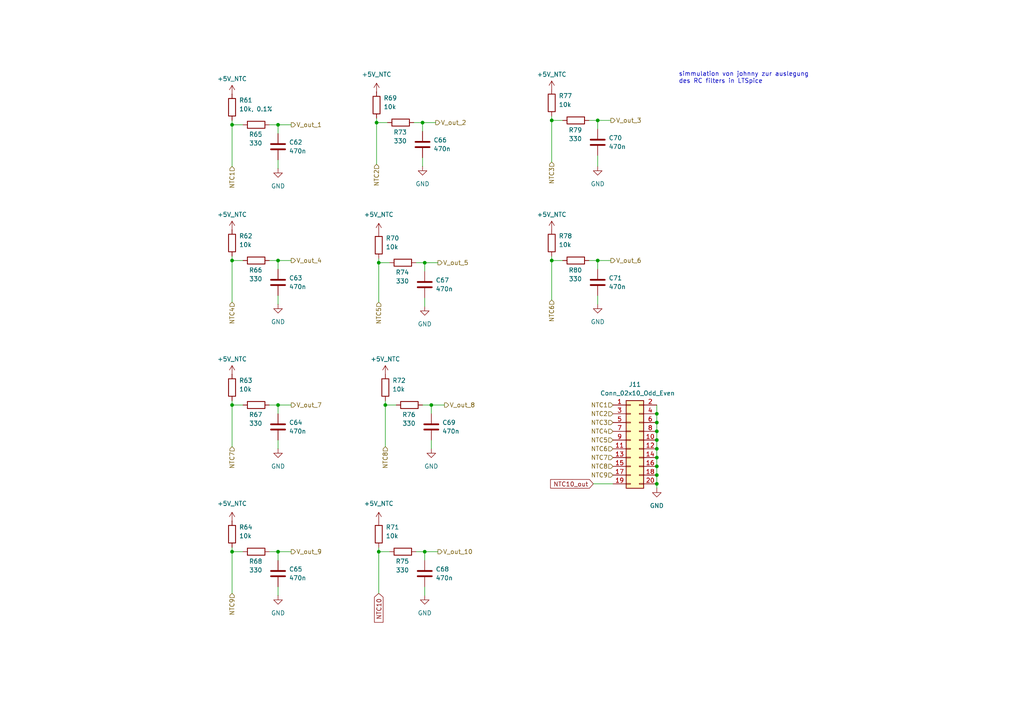
<source format=kicad_sch>
(kicad_sch
	(version 20231120)
	(generator "eeschema")
	(generator_version "8.0")
	(uuid "c04fa1e9-ff14-4ce8-b8e4-68ac8a1e4cda")
	(paper "A4")
	(lib_symbols
		(symbol "Connector_Generic:Conn_02x10_Odd_Even"
			(pin_names
				(offset 1.016) hide)
			(exclude_from_sim no)
			(in_bom yes)
			(on_board yes)
			(property "Reference" "J"
				(at 1.27 12.7 0)
				(effects
					(font
						(size 1.27 1.27)
					)
				)
			)
			(property "Value" "Conn_02x10_Odd_Even"
				(at 1.27 -15.24 0)
				(effects
					(font
						(size 1.27 1.27)
					)
				)
			)
			(property "Footprint" ""
				(at 0 0 0)
				(effects
					(font
						(size 1.27 1.27)
					)
					(hide yes)
				)
			)
			(property "Datasheet" "~"
				(at 0 0 0)
				(effects
					(font
						(size 1.27 1.27)
					)
					(hide yes)
				)
			)
			(property "Description" "Generic connector, double row, 02x10, odd/even pin numbering scheme (row 1 odd numbers, row 2 even numbers), script generated (kicad-library-utils/schlib/autogen/connector/)"
				(at 0 0 0)
				(effects
					(font
						(size 1.27 1.27)
					)
					(hide yes)
				)
			)
			(property "ki_keywords" "connector"
				(at 0 0 0)
				(effects
					(font
						(size 1.27 1.27)
					)
					(hide yes)
				)
			)
			(property "ki_fp_filters" "Connector*:*_2x??_*"
				(at 0 0 0)
				(effects
					(font
						(size 1.27 1.27)
					)
					(hide yes)
				)
			)
			(symbol "Conn_02x10_Odd_Even_1_1"
				(rectangle
					(start -1.27 -12.573)
					(end 0 -12.827)
					(stroke
						(width 0.1524)
						(type default)
					)
					(fill
						(type none)
					)
				)
				(rectangle
					(start -1.27 -10.033)
					(end 0 -10.287)
					(stroke
						(width 0.1524)
						(type default)
					)
					(fill
						(type none)
					)
				)
				(rectangle
					(start -1.27 -7.493)
					(end 0 -7.747)
					(stroke
						(width 0.1524)
						(type default)
					)
					(fill
						(type none)
					)
				)
				(rectangle
					(start -1.27 -4.953)
					(end 0 -5.207)
					(stroke
						(width 0.1524)
						(type default)
					)
					(fill
						(type none)
					)
				)
				(rectangle
					(start -1.27 -2.413)
					(end 0 -2.667)
					(stroke
						(width 0.1524)
						(type default)
					)
					(fill
						(type none)
					)
				)
				(rectangle
					(start -1.27 0.127)
					(end 0 -0.127)
					(stroke
						(width 0.1524)
						(type default)
					)
					(fill
						(type none)
					)
				)
				(rectangle
					(start -1.27 2.667)
					(end 0 2.413)
					(stroke
						(width 0.1524)
						(type default)
					)
					(fill
						(type none)
					)
				)
				(rectangle
					(start -1.27 5.207)
					(end 0 4.953)
					(stroke
						(width 0.1524)
						(type default)
					)
					(fill
						(type none)
					)
				)
				(rectangle
					(start -1.27 7.747)
					(end 0 7.493)
					(stroke
						(width 0.1524)
						(type default)
					)
					(fill
						(type none)
					)
				)
				(rectangle
					(start -1.27 10.287)
					(end 0 10.033)
					(stroke
						(width 0.1524)
						(type default)
					)
					(fill
						(type none)
					)
				)
				(rectangle
					(start -1.27 11.43)
					(end 3.81 -13.97)
					(stroke
						(width 0.254)
						(type default)
					)
					(fill
						(type background)
					)
				)
				(rectangle
					(start 3.81 -12.573)
					(end 2.54 -12.827)
					(stroke
						(width 0.1524)
						(type default)
					)
					(fill
						(type none)
					)
				)
				(rectangle
					(start 3.81 -10.033)
					(end 2.54 -10.287)
					(stroke
						(width 0.1524)
						(type default)
					)
					(fill
						(type none)
					)
				)
				(rectangle
					(start 3.81 -7.493)
					(end 2.54 -7.747)
					(stroke
						(width 0.1524)
						(type default)
					)
					(fill
						(type none)
					)
				)
				(rectangle
					(start 3.81 -4.953)
					(end 2.54 -5.207)
					(stroke
						(width 0.1524)
						(type default)
					)
					(fill
						(type none)
					)
				)
				(rectangle
					(start 3.81 -2.413)
					(end 2.54 -2.667)
					(stroke
						(width 0.1524)
						(type default)
					)
					(fill
						(type none)
					)
				)
				(rectangle
					(start 3.81 0.127)
					(end 2.54 -0.127)
					(stroke
						(width 0.1524)
						(type default)
					)
					(fill
						(type none)
					)
				)
				(rectangle
					(start 3.81 2.667)
					(end 2.54 2.413)
					(stroke
						(width 0.1524)
						(type default)
					)
					(fill
						(type none)
					)
				)
				(rectangle
					(start 3.81 5.207)
					(end 2.54 4.953)
					(stroke
						(width 0.1524)
						(type default)
					)
					(fill
						(type none)
					)
				)
				(rectangle
					(start 3.81 7.747)
					(end 2.54 7.493)
					(stroke
						(width 0.1524)
						(type default)
					)
					(fill
						(type none)
					)
				)
				(rectangle
					(start 3.81 10.287)
					(end 2.54 10.033)
					(stroke
						(width 0.1524)
						(type default)
					)
					(fill
						(type none)
					)
				)
				(pin passive line
					(at -5.08 10.16 0)
					(length 3.81)
					(name "Pin_1"
						(effects
							(font
								(size 1.27 1.27)
							)
						)
					)
					(number "1"
						(effects
							(font
								(size 1.27 1.27)
							)
						)
					)
				)
				(pin passive line
					(at 7.62 0 180)
					(length 3.81)
					(name "Pin_10"
						(effects
							(font
								(size 1.27 1.27)
							)
						)
					)
					(number "10"
						(effects
							(font
								(size 1.27 1.27)
							)
						)
					)
				)
				(pin passive line
					(at -5.08 -2.54 0)
					(length 3.81)
					(name "Pin_11"
						(effects
							(font
								(size 1.27 1.27)
							)
						)
					)
					(number "11"
						(effects
							(font
								(size 1.27 1.27)
							)
						)
					)
				)
				(pin passive line
					(at 7.62 -2.54 180)
					(length 3.81)
					(name "Pin_12"
						(effects
							(font
								(size 1.27 1.27)
							)
						)
					)
					(number "12"
						(effects
							(font
								(size 1.27 1.27)
							)
						)
					)
				)
				(pin passive line
					(at -5.08 -5.08 0)
					(length 3.81)
					(name "Pin_13"
						(effects
							(font
								(size 1.27 1.27)
							)
						)
					)
					(number "13"
						(effects
							(font
								(size 1.27 1.27)
							)
						)
					)
				)
				(pin passive line
					(at 7.62 -5.08 180)
					(length 3.81)
					(name "Pin_14"
						(effects
							(font
								(size 1.27 1.27)
							)
						)
					)
					(number "14"
						(effects
							(font
								(size 1.27 1.27)
							)
						)
					)
				)
				(pin passive line
					(at -5.08 -7.62 0)
					(length 3.81)
					(name "Pin_15"
						(effects
							(font
								(size 1.27 1.27)
							)
						)
					)
					(number "15"
						(effects
							(font
								(size 1.27 1.27)
							)
						)
					)
				)
				(pin passive line
					(at 7.62 -7.62 180)
					(length 3.81)
					(name "Pin_16"
						(effects
							(font
								(size 1.27 1.27)
							)
						)
					)
					(number "16"
						(effects
							(font
								(size 1.27 1.27)
							)
						)
					)
				)
				(pin passive line
					(at -5.08 -10.16 0)
					(length 3.81)
					(name "Pin_17"
						(effects
							(font
								(size 1.27 1.27)
							)
						)
					)
					(number "17"
						(effects
							(font
								(size 1.27 1.27)
							)
						)
					)
				)
				(pin passive line
					(at 7.62 -10.16 180)
					(length 3.81)
					(name "Pin_18"
						(effects
							(font
								(size 1.27 1.27)
							)
						)
					)
					(number "18"
						(effects
							(font
								(size 1.27 1.27)
							)
						)
					)
				)
				(pin passive line
					(at -5.08 -12.7 0)
					(length 3.81)
					(name "Pin_19"
						(effects
							(font
								(size 1.27 1.27)
							)
						)
					)
					(number "19"
						(effects
							(font
								(size 1.27 1.27)
							)
						)
					)
				)
				(pin passive line
					(at 7.62 10.16 180)
					(length 3.81)
					(name "Pin_2"
						(effects
							(font
								(size 1.27 1.27)
							)
						)
					)
					(number "2"
						(effects
							(font
								(size 1.27 1.27)
							)
						)
					)
				)
				(pin passive line
					(at 7.62 -12.7 180)
					(length 3.81)
					(name "Pin_20"
						(effects
							(font
								(size 1.27 1.27)
							)
						)
					)
					(number "20"
						(effects
							(font
								(size 1.27 1.27)
							)
						)
					)
				)
				(pin passive line
					(at -5.08 7.62 0)
					(length 3.81)
					(name "Pin_3"
						(effects
							(font
								(size 1.27 1.27)
							)
						)
					)
					(number "3"
						(effects
							(font
								(size 1.27 1.27)
							)
						)
					)
				)
				(pin passive line
					(at 7.62 7.62 180)
					(length 3.81)
					(name "Pin_4"
						(effects
							(font
								(size 1.27 1.27)
							)
						)
					)
					(number "4"
						(effects
							(font
								(size 1.27 1.27)
							)
						)
					)
				)
				(pin passive line
					(at -5.08 5.08 0)
					(length 3.81)
					(name "Pin_5"
						(effects
							(font
								(size 1.27 1.27)
							)
						)
					)
					(number "5"
						(effects
							(font
								(size 1.27 1.27)
							)
						)
					)
				)
				(pin passive line
					(at 7.62 5.08 180)
					(length 3.81)
					(name "Pin_6"
						(effects
							(font
								(size 1.27 1.27)
							)
						)
					)
					(number "6"
						(effects
							(font
								(size 1.27 1.27)
							)
						)
					)
				)
				(pin passive line
					(at -5.08 2.54 0)
					(length 3.81)
					(name "Pin_7"
						(effects
							(font
								(size 1.27 1.27)
							)
						)
					)
					(number "7"
						(effects
							(font
								(size 1.27 1.27)
							)
						)
					)
				)
				(pin passive line
					(at 7.62 2.54 180)
					(length 3.81)
					(name "Pin_8"
						(effects
							(font
								(size 1.27 1.27)
							)
						)
					)
					(number "8"
						(effects
							(font
								(size 1.27 1.27)
							)
						)
					)
				)
				(pin passive line
					(at -5.08 0 0)
					(length 3.81)
					(name "Pin_9"
						(effects
							(font
								(size 1.27 1.27)
							)
						)
					)
					(number "9"
						(effects
							(font
								(size 1.27 1.27)
							)
						)
					)
				)
			)
		)
		(symbol "Device:C"
			(pin_numbers hide)
			(pin_names
				(offset 0.254)
			)
			(exclude_from_sim no)
			(in_bom yes)
			(on_board yes)
			(property "Reference" "C"
				(at 0.635 2.54 0)
				(effects
					(font
						(size 1.27 1.27)
					)
					(justify left)
				)
			)
			(property "Value" "C"
				(at 0.635 -2.54 0)
				(effects
					(font
						(size 1.27 1.27)
					)
					(justify left)
				)
			)
			(property "Footprint" ""
				(at 0.9652 -3.81 0)
				(effects
					(font
						(size 1.27 1.27)
					)
					(hide yes)
				)
			)
			(property "Datasheet" "~"
				(at 0 0 0)
				(effects
					(font
						(size 1.27 1.27)
					)
					(hide yes)
				)
			)
			(property "Description" "Unpolarized capacitor"
				(at 0 0 0)
				(effects
					(font
						(size 1.27 1.27)
					)
					(hide yes)
				)
			)
			(property "ki_keywords" "cap capacitor"
				(at 0 0 0)
				(effects
					(font
						(size 1.27 1.27)
					)
					(hide yes)
				)
			)
			(property "ki_fp_filters" "C_*"
				(at 0 0 0)
				(effects
					(font
						(size 1.27 1.27)
					)
					(hide yes)
				)
			)
			(symbol "C_0_1"
				(polyline
					(pts
						(xy -2.032 -0.762) (xy 2.032 -0.762)
					)
					(stroke
						(width 0.508)
						(type default)
					)
					(fill
						(type none)
					)
				)
				(polyline
					(pts
						(xy -2.032 0.762) (xy 2.032 0.762)
					)
					(stroke
						(width 0.508)
						(type default)
					)
					(fill
						(type none)
					)
				)
			)
			(symbol "C_1_1"
				(pin passive line
					(at 0 3.81 270)
					(length 2.794)
					(name "~"
						(effects
							(font
								(size 1.27 1.27)
							)
						)
					)
					(number "1"
						(effects
							(font
								(size 1.27 1.27)
							)
						)
					)
				)
				(pin passive line
					(at 0 -3.81 90)
					(length 2.794)
					(name "~"
						(effects
							(font
								(size 1.27 1.27)
							)
						)
					)
					(number "2"
						(effects
							(font
								(size 1.27 1.27)
							)
						)
					)
				)
			)
		)
		(symbol "Device:R"
			(pin_numbers hide)
			(pin_names
				(offset 0)
			)
			(exclude_from_sim no)
			(in_bom yes)
			(on_board yes)
			(property "Reference" "R"
				(at 2.032 0 90)
				(effects
					(font
						(size 1.27 1.27)
					)
				)
			)
			(property "Value" "R"
				(at 0 0 90)
				(effects
					(font
						(size 1.27 1.27)
					)
				)
			)
			(property "Footprint" ""
				(at -1.778 0 90)
				(effects
					(font
						(size 1.27 1.27)
					)
					(hide yes)
				)
			)
			(property "Datasheet" "~"
				(at 0 0 0)
				(effects
					(font
						(size 1.27 1.27)
					)
					(hide yes)
				)
			)
			(property "Description" "Resistor"
				(at 0 0 0)
				(effects
					(font
						(size 1.27 1.27)
					)
					(hide yes)
				)
			)
			(property "ki_keywords" "R res resistor"
				(at 0 0 0)
				(effects
					(font
						(size 1.27 1.27)
					)
					(hide yes)
				)
			)
			(property "ki_fp_filters" "R_*"
				(at 0 0 0)
				(effects
					(font
						(size 1.27 1.27)
					)
					(hide yes)
				)
			)
			(symbol "R_0_1"
				(rectangle
					(start -1.016 -2.54)
					(end 1.016 2.54)
					(stroke
						(width 0.254)
						(type default)
					)
					(fill
						(type none)
					)
				)
			)
			(symbol "R_1_1"
				(pin passive line
					(at 0 3.81 270)
					(length 1.27)
					(name "~"
						(effects
							(font
								(size 1.27 1.27)
							)
						)
					)
					(number "1"
						(effects
							(font
								(size 1.27 1.27)
							)
						)
					)
				)
				(pin passive line
					(at 0 -3.81 90)
					(length 1.27)
					(name "~"
						(effects
							(font
								(size 1.27 1.27)
							)
						)
					)
					(number "2"
						(effects
							(font
								(size 1.27 1.27)
							)
						)
					)
				)
			)
		)
		(symbol "power:+5V"
			(power)
			(pin_numbers hide)
			(pin_names
				(offset 0) hide)
			(exclude_from_sim no)
			(in_bom yes)
			(on_board yes)
			(property "Reference" "#PWR"
				(at 0 -3.81 0)
				(effects
					(font
						(size 1.27 1.27)
					)
					(hide yes)
				)
			)
			(property "Value" "+5V"
				(at 0 3.556 0)
				(effects
					(font
						(size 1.27 1.27)
					)
				)
			)
			(property "Footprint" ""
				(at 0 0 0)
				(effects
					(font
						(size 1.27 1.27)
					)
					(hide yes)
				)
			)
			(property "Datasheet" ""
				(at 0 0 0)
				(effects
					(font
						(size 1.27 1.27)
					)
					(hide yes)
				)
			)
			(property "Description" "Power symbol creates a global label with name \"+5V\""
				(at 0 0 0)
				(effects
					(font
						(size 1.27 1.27)
					)
					(hide yes)
				)
			)
			(property "ki_keywords" "global power"
				(at 0 0 0)
				(effects
					(font
						(size 1.27 1.27)
					)
					(hide yes)
				)
			)
			(symbol "+5V_0_1"
				(polyline
					(pts
						(xy -0.762 1.27) (xy 0 2.54)
					)
					(stroke
						(width 0)
						(type default)
					)
					(fill
						(type none)
					)
				)
				(polyline
					(pts
						(xy 0 0) (xy 0 2.54)
					)
					(stroke
						(width 0)
						(type default)
					)
					(fill
						(type none)
					)
				)
				(polyline
					(pts
						(xy 0 2.54) (xy 0.762 1.27)
					)
					(stroke
						(width 0)
						(type default)
					)
					(fill
						(type none)
					)
				)
			)
			(symbol "+5V_1_1"
				(pin power_in line
					(at 0 0 90)
					(length 0)
					(name "~"
						(effects
							(font
								(size 1.27 1.27)
							)
						)
					)
					(number "1"
						(effects
							(font
								(size 1.27 1.27)
							)
						)
					)
				)
			)
		)
		(symbol "power:GND"
			(power)
			(pin_numbers hide)
			(pin_names
				(offset 0) hide)
			(exclude_from_sim no)
			(in_bom yes)
			(on_board yes)
			(property "Reference" "#PWR"
				(at 0 -6.35 0)
				(effects
					(font
						(size 1.27 1.27)
					)
					(hide yes)
				)
			)
			(property "Value" "GND"
				(at 0 -3.81 0)
				(effects
					(font
						(size 1.27 1.27)
					)
				)
			)
			(property "Footprint" ""
				(at 0 0 0)
				(effects
					(font
						(size 1.27 1.27)
					)
					(hide yes)
				)
			)
			(property "Datasheet" ""
				(at 0 0 0)
				(effects
					(font
						(size 1.27 1.27)
					)
					(hide yes)
				)
			)
			(property "Description" "Power symbol creates a global label with name \"GND\" , ground"
				(at 0 0 0)
				(effects
					(font
						(size 1.27 1.27)
					)
					(hide yes)
				)
			)
			(property "ki_keywords" "global power"
				(at 0 0 0)
				(effects
					(font
						(size 1.27 1.27)
					)
					(hide yes)
				)
			)
			(symbol "GND_0_1"
				(polyline
					(pts
						(xy 0 0) (xy 0 -1.27) (xy 1.27 -1.27) (xy 0 -2.54) (xy -1.27 -1.27) (xy 0 -1.27)
					)
					(stroke
						(width 0)
						(type default)
					)
					(fill
						(type none)
					)
				)
			)
			(symbol "GND_1_1"
				(pin power_in line
					(at 0 0 270)
					(length 0)
					(name "~"
						(effects
							(font
								(size 1.27 1.27)
							)
						)
					)
					(number "1"
						(effects
							(font
								(size 1.27 1.27)
							)
						)
					)
				)
			)
		)
	)
	(junction
		(at 67.31 160.02)
		(diameter 0)
		(color 0 0 0 0)
		(uuid "01fb401c-c95a-41ca-9934-8a7e7b81bffd")
	)
	(junction
		(at 67.31 117.475)
		(diameter 0)
		(color 0 0 0 0)
		(uuid "0847b9ca-0a1c-46f0-b1ea-5dc81f91fb2a")
	)
	(junction
		(at 190.5 122.555)
		(diameter 0)
		(color 0 0 0 0)
		(uuid "093baf21-c183-40fa-900a-a04f90019f67")
	)
	(junction
		(at 160.02 75.565)
		(diameter 0)
		(color 0 0 0 0)
		(uuid "11df4e94-ecc9-4952-9c0c-cd9ddb20b998")
	)
	(junction
		(at 190.5 130.175)
		(diameter 0)
		(color 0 0 0 0)
		(uuid "168dfbc2-5f7a-4b83-9363-28047b8a2a1f")
	)
	(junction
		(at 80.645 36.195)
		(diameter 0)
		(color 0 0 0 0)
		(uuid "1b1d9fe1-28ea-449c-a63c-d0b6e2fe3276")
	)
	(junction
		(at 123.19 76.2)
		(diameter 0)
		(color 0 0 0 0)
		(uuid "1f52d40d-de37-48b0-a69e-8ae1d28aa0e7")
	)
	(junction
		(at 109.855 160.02)
		(diameter 0)
		(color 0 0 0 0)
		(uuid "21fa2cf2-6643-450f-9b3b-d185ef9aa089")
	)
	(junction
		(at 109.22 35.56)
		(diameter 0)
		(color 0 0 0 0)
		(uuid "2341f4e3-29fb-4001-89bf-58127edc70be")
	)
	(junction
		(at 123.19 160.02)
		(diameter 0)
		(color 0 0 0 0)
		(uuid "4d794a22-5501-43bb-ad28-0d9af24a8af2")
	)
	(junction
		(at 190.5 137.795)
		(diameter 0)
		(color 0 0 0 0)
		(uuid "52043645-d38c-4b49-9ca2-2264505dd605")
	)
	(junction
		(at 80.645 160.02)
		(diameter 0)
		(color 0 0 0 0)
		(uuid "5eb1bdc0-5e86-4168-9085-8954f9008253")
	)
	(junction
		(at 190.5 127.635)
		(diameter 0)
		(color 0 0 0 0)
		(uuid "60ecc278-691b-46cb-a217-79d63fc8f3da")
	)
	(junction
		(at 125.095 117.475)
		(diameter 0)
		(color 0 0 0 0)
		(uuid "6ad276b1-c67d-4da7-993a-7fba78c75dcf")
	)
	(junction
		(at 67.31 36.195)
		(diameter 0)
		(color 0 0 0 0)
		(uuid "6ffde988-d1b9-4e5a-94e2-c4b766b195e6")
	)
	(junction
		(at 190.5 135.255)
		(diameter 0)
		(color 0 0 0 0)
		(uuid "73519710-a03a-41ed-b157-54ab79e204c2")
	)
	(junction
		(at 122.555 35.56)
		(diameter 0)
		(color 0 0 0 0)
		(uuid "75073320-32c2-4d03-bd64-6c51e9e8bab2")
	)
	(junction
		(at 190.5 132.715)
		(diameter 0)
		(color 0 0 0 0)
		(uuid "8acfdda6-86b4-4519-a09e-f4b113e75f58")
	)
	(junction
		(at 173.355 75.565)
		(diameter 0)
		(color 0 0 0 0)
		(uuid "8ddf13bb-4ae8-4ed6-88fc-150e1a8fceda")
	)
	(junction
		(at 80.645 75.565)
		(diameter 0)
		(color 0 0 0 0)
		(uuid "9f0bc0fc-3b7c-4b93-8561-55714d207f35")
	)
	(junction
		(at 160.02 34.925)
		(diameter 0)
		(color 0 0 0 0)
		(uuid "a5d40e78-aa87-4584-b256-812d31e56220")
	)
	(junction
		(at 190.5 140.335)
		(diameter 0)
		(color 0 0 0 0)
		(uuid "b7974568-745d-4d7b-909d-5b2c1920e3b9")
	)
	(junction
		(at 190.5 120.015)
		(diameter 0)
		(color 0 0 0 0)
		(uuid "bfbd08b5-cd20-4fcd-94eb-dc0a44fabf96")
	)
	(junction
		(at 190.5 125.095)
		(diameter 0)
		(color 0 0 0 0)
		(uuid "c7c3a490-8776-4c1d-a81c-34949badcdb8")
	)
	(junction
		(at 67.31 75.565)
		(diameter 0)
		(color 0 0 0 0)
		(uuid "c936cf66-68a3-43ed-8889-ef9aef24fcce")
	)
	(junction
		(at 80.645 117.475)
		(diameter 0)
		(color 0 0 0 0)
		(uuid "dfa73a03-8a7f-42c0-9613-f70531bfe634")
	)
	(junction
		(at 173.355 34.925)
		(diameter 0)
		(color 0 0 0 0)
		(uuid "e065e274-b97d-430d-b8f3-78ac7555fd17")
	)
	(junction
		(at 109.855 76.2)
		(diameter 0)
		(color 0 0 0 0)
		(uuid "f700d287-49d4-47c8-b83e-3ff34e32540d")
	)
	(junction
		(at 111.76 117.475)
		(diameter 0)
		(color 0 0 0 0)
		(uuid "fdfdcc8f-d662-4303-8301-21e070710f7a")
	)
	(wire
		(pts
			(xy 67.31 74.295) (xy 67.31 75.565)
		)
		(stroke
			(width 0)
			(type default)
		)
		(uuid "05867618-329b-47dd-9888-267c91ce9118")
	)
	(wire
		(pts
			(xy 67.31 158.75) (xy 67.31 160.02)
		)
		(stroke
			(width 0)
			(type default)
		)
		(uuid "09229c9c-dd0a-43a0-ae37-68006e44797e")
	)
	(wire
		(pts
			(xy 67.31 160.02) (xy 67.31 172.085)
		)
		(stroke
			(width 0)
			(type default)
		)
		(uuid "0a61b3d1-e9d8-4ba1-bb3f-15c8742ecb20")
	)
	(wire
		(pts
			(xy 109.855 160.02) (xy 113.03 160.02)
		)
		(stroke
			(width 0)
			(type default)
		)
		(uuid "0fbc10fd-2d1f-43fe-ab98-fa77d422e977")
	)
	(wire
		(pts
			(xy 190.5 117.475) (xy 190.5 120.015)
		)
		(stroke
			(width 0)
			(type default)
		)
		(uuid "126e1457-2850-4a37-8ee0-90e369ccf603")
	)
	(wire
		(pts
			(xy 80.645 36.195) (xy 84.455 36.195)
		)
		(stroke
			(width 0)
			(type default)
		)
		(uuid "1519fe6d-dc2d-4115-951e-e1f46902d14f")
	)
	(wire
		(pts
			(xy 67.31 116.205) (xy 67.31 117.475)
		)
		(stroke
			(width 0)
			(type default)
		)
		(uuid "1b97dc00-52a9-4e67-a44b-9ec720d23fc9")
	)
	(wire
		(pts
			(xy 80.645 160.02) (xy 80.645 162.56)
		)
		(stroke
			(width 0)
			(type default)
		)
		(uuid "1dd6ebbf-27a5-44ee-bec0-0743b5a41dc6")
	)
	(wire
		(pts
			(xy 80.645 88.265) (xy 80.645 85.725)
		)
		(stroke
			(width 0)
			(type default)
		)
		(uuid "22b56279-4a73-48b4-8012-6a4a9f97c8ef")
	)
	(wire
		(pts
			(xy 80.645 130.175) (xy 80.645 127.635)
		)
		(stroke
			(width 0)
			(type default)
		)
		(uuid "269e5df9-8ea8-432e-a808-d8e27224a097")
	)
	(wire
		(pts
			(xy 173.355 75.565) (xy 173.355 78.105)
		)
		(stroke
			(width 0)
			(type default)
		)
		(uuid "33c995b0-d84a-4e9c-b5f4-84b73530cfef")
	)
	(wire
		(pts
			(xy 109.855 158.75) (xy 109.855 160.02)
		)
		(stroke
			(width 0)
			(type default)
		)
		(uuid "3981178f-ad8f-4541-b4f3-e619ac67186c")
	)
	(wire
		(pts
			(xy 111.76 117.475) (xy 111.76 129.54)
		)
		(stroke
			(width 0)
			(type default)
		)
		(uuid "3dd3ee71-abe2-4fbc-8b89-d69ea4c4d178")
	)
	(wire
		(pts
			(xy 109.22 35.56) (xy 109.22 47.625)
		)
		(stroke
			(width 0)
			(type default)
		)
		(uuid "3e924cd6-663e-4824-90ff-62dd86d4e2c9")
	)
	(wire
		(pts
			(xy 172.085 140.335) (xy 177.8 140.335)
		)
		(stroke
			(width 0)
			(type default)
		)
		(uuid "3f5ba850-4ff8-4a95-86cb-2c96d2b2116c")
	)
	(wire
		(pts
			(xy 67.31 36.195) (xy 67.31 48.26)
		)
		(stroke
			(width 0)
			(type default)
		)
		(uuid "47bda7fd-7b36-4985-a056-bde39d01be27")
	)
	(wire
		(pts
			(xy 170.815 75.565) (xy 173.355 75.565)
		)
		(stroke
			(width 0)
			(type default)
		)
		(uuid "490ed9e9-18a1-4dd6-8a0e-289e7e6e9900")
	)
	(wire
		(pts
			(xy 123.19 160.02) (xy 127 160.02)
		)
		(stroke
			(width 0)
			(type default)
		)
		(uuid "4a4af83f-858b-45de-ab67-e57ede698612")
	)
	(wire
		(pts
			(xy 67.31 117.475) (xy 67.31 129.54)
		)
		(stroke
			(width 0)
			(type default)
		)
		(uuid "4d18d1a4-7eb8-4de6-a24e-f24874806ce6")
	)
	(wire
		(pts
			(xy 80.645 75.565) (xy 80.645 78.105)
		)
		(stroke
			(width 0)
			(type default)
		)
		(uuid "5189202a-cd66-4afc-ba5b-9a1b5b1581c6")
	)
	(wire
		(pts
			(xy 109.855 160.02) (xy 109.855 172.085)
		)
		(stroke
			(width 0)
			(type default)
		)
		(uuid "5a4a7597-eda6-4950-b468-3f9456ff3015")
	)
	(wire
		(pts
			(xy 125.095 117.475) (xy 128.905 117.475)
		)
		(stroke
			(width 0)
			(type default)
		)
		(uuid "5f63a578-c279-489d-81bc-87419518fc53")
	)
	(wire
		(pts
			(xy 122.555 35.56) (xy 126.365 35.56)
		)
		(stroke
			(width 0)
			(type default)
		)
		(uuid "619b3bb9-a5a9-4bca-b182-c00731e119b7")
	)
	(wire
		(pts
			(xy 190.5 137.795) (xy 190.5 140.335)
		)
		(stroke
			(width 0)
			(type default)
		)
		(uuid "645415aa-e2da-41af-b091-004293434436")
	)
	(wire
		(pts
			(xy 170.815 34.925) (xy 173.355 34.925)
		)
		(stroke
			(width 0)
			(type default)
		)
		(uuid "68436125-8aa1-49f0-916b-ad5257a7023c")
	)
	(wire
		(pts
			(xy 122.555 35.56) (xy 122.555 38.1)
		)
		(stroke
			(width 0)
			(type default)
		)
		(uuid "6a3b0c17-d9fd-45a9-ba54-e1c9cda9419e")
	)
	(wire
		(pts
			(xy 78.105 75.565) (xy 80.645 75.565)
		)
		(stroke
			(width 0)
			(type default)
		)
		(uuid "6ca1a23c-7450-4c53-a1ac-ccd9564a22a5")
	)
	(wire
		(pts
			(xy 173.355 88.265) (xy 173.355 85.725)
		)
		(stroke
			(width 0)
			(type default)
		)
		(uuid "6ddbeeb4-ca91-4394-924a-115c5bcb3f55")
	)
	(wire
		(pts
			(xy 80.645 117.475) (xy 80.645 120.015)
		)
		(stroke
			(width 0)
			(type default)
		)
		(uuid "6e2f45d2-3e57-4762-9610-34f2dc35d9ae")
	)
	(wire
		(pts
			(xy 125.095 117.475) (xy 125.095 120.015)
		)
		(stroke
			(width 0)
			(type default)
		)
		(uuid "6f0277cd-1e96-4f7f-bec3-03176c48c4de")
	)
	(wire
		(pts
			(xy 173.355 34.925) (xy 173.355 37.465)
		)
		(stroke
			(width 0)
			(type default)
		)
		(uuid "71233b7d-9c9a-42c6-8859-ad8469f49fbc")
	)
	(wire
		(pts
			(xy 80.645 36.195) (xy 80.645 38.735)
		)
		(stroke
			(width 0)
			(type default)
		)
		(uuid "7345c3a8-140f-4493-b9bd-860da7208990")
	)
	(wire
		(pts
			(xy 160.02 74.295) (xy 160.02 75.565)
		)
		(stroke
			(width 0)
			(type default)
		)
		(uuid "749c5ba4-37d5-43b3-a68a-b3f4dd2b7254")
	)
	(wire
		(pts
			(xy 80.645 117.475) (xy 84.455 117.475)
		)
		(stroke
			(width 0)
			(type default)
		)
		(uuid "75363d5f-b9c7-493f-80c6-0462362b522d")
	)
	(wire
		(pts
			(xy 160.02 34.925) (xy 163.195 34.925)
		)
		(stroke
			(width 0)
			(type default)
		)
		(uuid "75fa0159-07f1-408a-ad12-1180d4fa99c5")
	)
	(wire
		(pts
			(xy 109.22 35.56) (xy 112.395 35.56)
		)
		(stroke
			(width 0)
			(type default)
		)
		(uuid "812168b9-5ca3-4090-a402-17ce3dc3df94")
	)
	(wire
		(pts
			(xy 122.555 48.26) (xy 122.555 45.72)
		)
		(stroke
			(width 0)
			(type default)
		)
		(uuid "88844417-e263-458b-8933-914b788f3a83")
	)
	(wire
		(pts
			(xy 67.31 36.195) (xy 70.485 36.195)
		)
		(stroke
			(width 0)
			(type default)
		)
		(uuid "8d9ea2f1-427e-4130-9c7f-e2db7cb71a68")
	)
	(wire
		(pts
			(xy 173.355 34.925) (xy 177.165 34.925)
		)
		(stroke
			(width 0)
			(type default)
		)
		(uuid "8ee4ae0e-276f-415f-9bff-e17a3e4b17b7")
	)
	(wire
		(pts
			(xy 67.31 75.565) (xy 70.485 75.565)
		)
		(stroke
			(width 0)
			(type default)
		)
		(uuid "953c589c-cdbc-485a-bf8c-7caf43c5cf6b")
	)
	(wire
		(pts
			(xy 78.105 36.195) (xy 80.645 36.195)
		)
		(stroke
			(width 0)
			(type default)
		)
		(uuid "9884bede-9d12-42b7-9c7e-84b87c56f61c")
	)
	(wire
		(pts
			(xy 78.105 117.475) (xy 80.645 117.475)
		)
		(stroke
			(width 0)
			(type default)
		)
		(uuid "98edeba6-46cf-4998-8814-cc5350eb6ea3")
	)
	(wire
		(pts
			(xy 123.19 172.72) (xy 123.19 170.18)
		)
		(stroke
			(width 0)
			(type default)
		)
		(uuid "99f8fe99-3012-4d2a-a6b5-574094982fb4")
	)
	(wire
		(pts
			(xy 67.31 117.475) (xy 70.485 117.475)
		)
		(stroke
			(width 0)
			(type default)
		)
		(uuid "9aff0929-72fb-4dc0-8c5b-e276746107b9")
	)
	(wire
		(pts
			(xy 109.855 76.2) (xy 109.855 87.63)
		)
		(stroke
			(width 0)
			(type default)
		)
		(uuid "9d08fb7c-2560-4f43-81ba-b2db9762c044")
	)
	(wire
		(pts
			(xy 109.855 76.2) (xy 113.03 76.2)
		)
		(stroke
			(width 0)
			(type default)
		)
		(uuid "9ed9896d-b507-46cc-884a-86565f26aa7d")
	)
	(wire
		(pts
			(xy 67.31 75.565) (xy 67.31 87.63)
		)
		(stroke
			(width 0)
			(type default)
		)
		(uuid "9f1979f8-d436-4b12-9352-1358d017431f")
	)
	(wire
		(pts
			(xy 190.5 120.015) (xy 190.5 122.555)
		)
		(stroke
			(width 0)
			(type default)
		)
		(uuid "a93ab8f9-1bd0-4dc2-bc46-89f50d2a190f")
	)
	(wire
		(pts
			(xy 190.5 127.635) (xy 190.5 130.175)
		)
		(stroke
			(width 0)
			(type default)
		)
		(uuid "abf0539e-8471-44b3-a840-1d4de6f4e930")
	)
	(wire
		(pts
			(xy 125.095 130.175) (xy 125.095 127.635)
		)
		(stroke
			(width 0)
			(type default)
		)
		(uuid "b1b77055-f7ba-44cb-b333-ad81016cdc6e")
	)
	(wire
		(pts
			(xy 80.645 48.895) (xy 80.645 46.355)
		)
		(stroke
			(width 0)
			(type default)
		)
		(uuid "b23a0464-771c-4b6b-af40-8b0a0b880e42")
	)
	(wire
		(pts
			(xy 111.76 117.475) (xy 114.935 117.475)
		)
		(stroke
			(width 0)
			(type default)
		)
		(uuid "b2a0a806-ad9b-4c7d-bebb-ceb3a3e9a50e")
	)
	(wire
		(pts
			(xy 120.015 35.56) (xy 122.555 35.56)
		)
		(stroke
			(width 0)
			(type default)
		)
		(uuid "b34c9e31-2faa-4352-8e59-6975c89307c7")
	)
	(wire
		(pts
			(xy 190.5 135.255) (xy 190.5 137.795)
		)
		(stroke
			(width 0)
			(type default)
		)
		(uuid "c24e20de-81f9-44f7-ba04-ed396ee4105b")
	)
	(wire
		(pts
			(xy 173.355 48.26) (xy 173.355 45.085)
		)
		(stroke
			(width 0)
			(type default)
		)
		(uuid "c3d9b96c-c0a6-4179-be46-085ddd7e5693")
	)
	(wire
		(pts
			(xy 111.76 116.205) (xy 111.76 117.475)
		)
		(stroke
			(width 0)
			(type default)
		)
		(uuid "c6ea5e8e-5d1a-43de-845f-1697e8a67884")
	)
	(wire
		(pts
			(xy 122.555 117.475) (xy 125.095 117.475)
		)
		(stroke
			(width 0)
			(type default)
		)
		(uuid "c789cf90-c6cb-4c12-bd89-114381af874b")
	)
	(wire
		(pts
			(xy 160.02 34.925) (xy 160.02 46.99)
		)
		(stroke
			(width 0)
			(type default)
		)
		(uuid "cb85bf9b-0942-4e25-96ab-323538a54d02")
	)
	(wire
		(pts
			(xy 109.22 34.29) (xy 109.22 35.56)
		)
		(stroke
			(width 0)
			(type default)
		)
		(uuid "cbfacf06-ff51-4375-bd88-8252c63f6cfc")
	)
	(wire
		(pts
			(xy 120.65 160.02) (xy 123.19 160.02)
		)
		(stroke
			(width 0)
			(type default)
		)
		(uuid "cf670265-cef7-41d6-9829-ee0de89e675b")
	)
	(wire
		(pts
			(xy 190.5 125.095) (xy 190.5 127.635)
		)
		(stroke
			(width 0)
			(type default)
		)
		(uuid "d3124e40-aabe-4306-87dc-7b1fb0aa8706")
	)
	(wire
		(pts
			(xy 120.65 76.2) (xy 123.19 76.2)
		)
		(stroke
			(width 0)
			(type default)
		)
		(uuid "d511874c-3055-47d8-b4b3-d6e8c192caf4")
	)
	(wire
		(pts
			(xy 160.02 75.565) (xy 163.195 75.565)
		)
		(stroke
			(width 0)
			(type default)
		)
		(uuid "d69241ef-6276-4487-8ccb-dc53ddd72c86")
	)
	(wire
		(pts
			(xy 173.355 75.565) (xy 177.165 75.565)
		)
		(stroke
			(width 0)
			(type default)
		)
		(uuid "d6fb409e-1ab1-46a2-82d9-6afbbfa404a4")
	)
	(wire
		(pts
			(xy 80.645 75.565) (xy 84.455 75.565)
		)
		(stroke
			(width 0)
			(type default)
		)
		(uuid "d7785053-66d5-4e56-b90b-62638e5cc28e")
	)
	(wire
		(pts
			(xy 190.5 130.175) (xy 190.5 132.715)
		)
		(stroke
			(width 0)
			(type default)
		)
		(uuid "d8c21ff6-ea73-4849-a91e-d888edbe4ac7")
	)
	(wire
		(pts
			(xy 80.645 160.02) (xy 84.455 160.02)
		)
		(stroke
			(width 0)
			(type default)
		)
		(uuid "d992a387-0ed9-493c-9506-e5f0f830a0e2")
	)
	(wire
		(pts
			(xy 78.105 160.02) (xy 80.645 160.02)
		)
		(stroke
			(width 0)
			(type default)
		)
		(uuid "dc7aea48-42c0-43ce-ace0-7be18ca15968")
	)
	(wire
		(pts
			(xy 190.5 122.555) (xy 190.5 125.095)
		)
		(stroke
			(width 0)
			(type default)
		)
		(uuid "dc7b2aa7-8ff1-4f41-ab1c-a7b65ad294b5")
	)
	(wire
		(pts
			(xy 160.02 33.655) (xy 160.02 34.925)
		)
		(stroke
			(width 0)
			(type default)
		)
		(uuid "de393ef1-95b7-4d25-b72e-dc59ec89f587")
	)
	(wire
		(pts
			(xy 123.19 160.02) (xy 123.19 162.56)
		)
		(stroke
			(width 0)
			(type default)
		)
		(uuid "e3016d78-4f5b-4d3e-bb99-784ea5f68aa8")
	)
	(wire
		(pts
			(xy 123.19 88.9) (xy 123.19 86.36)
		)
		(stroke
			(width 0)
			(type default)
		)
		(uuid "e385d0be-3c80-4bd0-9756-72a492dc922c")
	)
	(wire
		(pts
			(xy 190.5 132.715) (xy 190.5 135.255)
		)
		(stroke
			(width 0)
			(type default)
		)
		(uuid "f6405a71-82bd-4215-919b-1a5b1636beaa")
	)
	(wire
		(pts
			(xy 80.645 172.72) (xy 80.645 170.18)
		)
		(stroke
			(width 0)
			(type default)
		)
		(uuid "f7c3eeba-dd21-4110-941c-2925abce6d1b")
	)
	(wire
		(pts
			(xy 160.02 75.565) (xy 160.02 86.995)
		)
		(stroke
			(width 0)
			(type default)
		)
		(uuid "fa18c5e7-83d7-41bb-b520-628b807c7a58")
	)
	(wire
		(pts
			(xy 109.855 74.93) (xy 109.855 76.2)
		)
		(stroke
			(width 0)
			(type default)
		)
		(uuid "fa67102f-78be-4f12-9a74-690398015180")
	)
	(wire
		(pts
			(xy 67.31 160.02) (xy 70.485 160.02)
		)
		(stroke
			(width 0)
			(type default)
		)
		(uuid "fa95a7b4-9a06-40d8-9749-7097f40ed4b8")
	)
	(wire
		(pts
			(xy 123.19 76.2) (xy 123.19 78.74)
		)
		(stroke
			(width 0)
			(type default)
		)
		(uuid "fad73009-683f-4405-acbd-6d37b2115329")
	)
	(wire
		(pts
			(xy 190.5 140.335) (xy 190.5 141.605)
		)
		(stroke
			(width 0)
			(type default)
		)
		(uuid "fc19313a-609f-49a6-975b-0a5e0e098b02")
	)
	(wire
		(pts
			(xy 123.19 76.2) (xy 127 76.2)
		)
		(stroke
			(width 0)
			(type default)
		)
		(uuid "fce6303c-d884-4788-aaf7-a80f37c1ec79")
	)
	(wire
		(pts
			(xy 67.31 34.925) (xy 67.31 36.195)
		)
		(stroke
			(width 0)
			(type default)
		)
		(uuid "fe1a72d5-608f-4c45-b53e-482c1c74fba6")
	)
	(text "simmulation von johnny zur auslegung\ndes RC filters in LTSpice"
		(exclude_from_sim no)
		(at 196.85 22.606 0)
		(effects
			(font
				(size 1.27 1.27)
			)
			(justify left)
		)
		(uuid "fa357589-d187-417d-b36e-ec5bd7226974")
	)
	(global_label "NTC10_out"
		(shape input)
		(at 172.085 140.335 180)
		(fields_autoplaced yes)
		(effects
			(font
				(size 1.27 1.27)
			)
			(justify right)
		)
		(uuid "2a8054eb-7a4b-4ba9-abb2-e79cbbbd83f4")
		(property "Intersheetrefs" "${INTERSHEET_REFS}"
			(at 159.1214 140.335 0)
			(effects
				(font
					(size 1.27 1.27)
				)
				(justify right)
				(hide yes)
			)
		)
	)
	(global_label "NTC10"
		(shape input)
		(at 109.855 172.085 270)
		(fields_autoplaced yes)
		(effects
			(font
				(size 1.27 1.27)
			)
			(justify right)
		)
		(uuid "93fd7499-c39a-4ee0-8212-6a40a6d16143")
		(property "Intersheetrefs" "${INTERSHEET_REFS}"
			(at 109.855 181.0573 90)
			(effects
				(font
					(size 1.27 1.27)
				)
				(justify right)
				(hide yes)
			)
		)
	)
	(hierarchical_label "NTC5"
		(shape input)
		(at 109.855 87.63 270)
		(fields_autoplaced yes)
		(effects
			(font
				(size 1.27 1.27)
			)
			(justify right)
		)
		(uuid "01bc7591-b5af-4451-8ab2-f846087c2847")
	)
	(hierarchical_label "NTC8"
		(shape input)
		(at 177.8 135.255 180)
		(fields_autoplaced yes)
		(effects
			(font
				(size 1.27 1.27)
			)
			(justify right)
		)
		(uuid "0877d408-3419-40f8-a98b-feeaa7bb5873")
	)
	(hierarchical_label "V_out_8"
		(shape output)
		(at 128.905 117.475 0)
		(fields_autoplaced yes)
		(effects
			(font
				(size 1.27 1.27)
			)
			(justify left)
		)
		(uuid "18809dd2-ae66-4823-8dc9-b786bc68c03d")
	)
	(hierarchical_label "NTC8"
		(shape input)
		(at 111.76 129.54 270)
		(fields_autoplaced yes)
		(effects
			(font
				(size 1.27 1.27)
			)
			(justify right)
		)
		(uuid "1a302e43-a2c1-4efb-96d0-8728025b1d1f")
	)
	(hierarchical_label "V_out_6"
		(shape output)
		(at 177.165 75.565 0)
		(fields_autoplaced yes)
		(effects
			(font
				(size 1.27 1.27)
			)
			(justify left)
		)
		(uuid "2f4f307e-8d44-4203-895e-1d7830531326")
	)
	(hierarchical_label "NTC3"
		(shape input)
		(at 177.8 122.555 180)
		(fields_autoplaced yes)
		(effects
			(font
				(size 1.27 1.27)
			)
			(justify right)
		)
		(uuid "30ea16d7-3f94-4000-8579-35a3a47586dc")
	)
	(hierarchical_label "NTC4"
		(shape input)
		(at 177.8 125.095 180)
		(fields_autoplaced yes)
		(effects
			(font
				(size 1.27 1.27)
			)
			(justify right)
		)
		(uuid "3796f2f2-c3f0-4e00-ad9c-d6da808aa496")
	)
	(hierarchical_label "NTC1"
		(shape input)
		(at 67.31 48.26 270)
		(fields_autoplaced yes)
		(effects
			(font
				(size 1.27 1.27)
			)
			(justify right)
		)
		(uuid "4774d135-86c3-41f9-b086-c68fad0da12f")
	)
	(hierarchical_label "NTC1"
		(shape input)
		(at 177.8 117.475 180)
		(fields_autoplaced yes)
		(effects
			(font
				(size 1.27 1.27)
			)
			(justify right)
		)
		(uuid "500208b4-0fd5-45dc-9493-12a1951b23dd")
	)
	(hierarchical_label "NTC6"
		(shape input)
		(at 160.02 86.995 270)
		(fields_autoplaced yes)
		(effects
			(font
				(size 1.27 1.27)
			)
			(justify right)
		)
		(uuid "5234e458-4c31-4adf-ba29-6935029a01a0")
	)
	(hierarchical_label "V_out_9"
		(shape output)
		(at 84.455 160.02 0)
		(fields_autoplaced yes)
		(effects
			(font
				(size 1.27 1.27)
			)
			(justify left)
		)
		(uuid "5a14d59c-56de-48be-bc1f-a12f4048514f")
	)
	(hierarchical_label "NTC9"
		(shape input)
		(at 67.31 172.085 270)
		(fields_autoplaced yes)
		(effects
			(font
				(size 1.27 1.27)
			)
			(justify right)
		)
		(uuid "7c11307a-8627-4184-9b04-4dc086c884d7")
	)
	(hierarchical_label "NTC7"
		(shape input)
		(at 177.8 132.715 180)
		(fields_autoplaced yes)
		(effects
			(font
				(size 1.27 1.27)
			)
			(justify right)
		)
		(uuid "87659909-4bf4-47ae-b14a-bf332e97ed2e")
	)
	(hierarchical_label "NTC4"
		(shape input)
		(at 67.31 87.63 270)
		(fields_autoplaced yes)
		(effects
			(font
				(size 1.27 1.27)
			)
			(justify right)
		)
		(uuid "906155e9-2f86-4df6-bbb3-f72ca8822ef2")
	)
	(hierarchical_label "NTC2"
		(shape input)
		(at 177.8 120.015 180)
		(fields_autoplaced yes)
		(effects
			(font
				(size 1.27 1.27)
			)
			(justify right)
		)
		(uuid "9984c3fb-52a3-4150-a8c5-188724f7f172")
	)
	(hierarchical_label "NTC7"
		(shape input)
		(at 67.31 129.54 270)
		(fields_autoplaced yes)
		(effects
			(font
				(size 1.27 1.27)
			)
			(justify right)
		)
		(uuid "a13f9791-7ed3-425e-80b2-7a20506663ce")
	)
	(hierarchical_label "NTC6"
		(shape input)
		(at 177.8 130.175 180)
		(fields_autoplaced yes)
		(effects
			(font
				(size 1.27 1.27)
			)
			(justify right)
		)
		(uuid "ac745175-5a97-4064-a1be-82ccca9cfc6b")
	)
	(hierarchical_label "V_out_1"
		(shape output)
		(at 84.455 36.195 0)
		(fields_autoplaced yes)
		(effects
			(font
				(size 1.27 1.27)
			)
			(justify left)
		)
		(uuid "bd6d4b57-6ff3-4757-8790-ece69bc04469")
	)
	(hierarchical_label "V_out_4"
		(shape output)
		(at 84.455 75.565 0)
		(fields_autoplaced yes)
		(effects
			(font
				(size 1.27 1.27)
			)
			(justify left)
		)
		(uuid "bdd46581-f182-42ed-a525-82088cf63b63")
	)
	(hierarchical_label "V_out_2"
		(shape output)
		(at 126.365 35.56 0)
		(fields_autoplaced yes)
		(effects
			(font
				(size 1.27 1.27)
			)
			(justify left)
		)
		(uuid "c145db02-7976-44fd-88dd-3351006a9f34")
	)
	(hierarchical_label "NTC5"
		(shape input)
		(at 177.8 127.635 180)
		(fields_autoplaced yes)
		(effects
			(font
				(size 1.27 1.27)
			)
			(justify right)
		)
		(uuid "d6bea22e-b86c-4e87-a5b9-ef6b995c30a4")
	)
	(hierarchical_label "V_out_5"
		(shape output)
		(at 127 76.2 0)
		(fields_autoplaced yes)
		(effects
			(font
				(size 1.27 1.27)
			)
			(justify left)
		)
		(uuid "da1b61cd-6972-45e7-afb6-c7d652c9c692")
	)
	(hierarchical_label "NTC2"
		(shape input)
		(at 109.22 47.625 270)
		(fields_autoplaced yes)
		(effects
			(font
				(size 1.27 1.27)
			)
			(justify right)
		)
		(uuid "dc0e277d-577c-4996-8844-015229128780")
	)
	(hierarchical_label "NTC3"
		(shape input)
		(at 160.02 46.99 270)
		(fields_autoplaced yes)
		(effects
			(font
				(size 1.27 1.27)
			)
			(justify right)
		)
		(uuid "e77d4a21-8016-4302-8522-3bbcd1a725a3")
	)
	(hierarchical_label "V_out_3"
		(shape output)
		(at 177.165 34.925 0)
		(fields_autoplaced yes)
		(effects
			(font
				(size 1.27 1.27)
			)
			(justify left)
		)
		(uuid "e813e6ca-7f32-4052-9d60-d307f5bbecf1")
	)
	(hierarchical_label "V_out_10"
		(shape output)
		(at 127 160.02 0)
		(fields_autoplaced yes)
		(effects
			(font
				(size 1.27 1.27)
			)
			(justify left)
		)
		(uuid "e897beb8-6621-4c30-9513-20aa08313d6e")
	)
	(hierarchical_label "NTC9"
		(shape input)
		(at 177.8 137.795 180)
		(fields_autoplaced yes)
		(effects
			(font
				(size 1.27 1.27)
			)
			(justify right)
		)
		(uuid "ea7d3c61-df01-457a-9041-1d1bb5a22709")
	)
	(hierarchical_label "V_out_7"
		(shape output)
		(at 84.455 117.475 0)
		(fields_autoplaced yes)
		(effects
			(font
				(size 1.27 1.27)
			)
			(justify left)
		)
		(uuid "ef0e1f3b-3dc6-4a75-8a6f-1e6752eaf757")
	)
	(symbol
		(lib_id "Device:R")
		(at 74.295 75.565 90)
		(unit 1)
		(exclude_from_sim no)
		(in_bom yes)
		(on_board yes)
		(dnp no)
		(uuid "0ab2410b-c647-4710-aec8-23d6ffed4e89")
		(property "Reference" "R66"
			(at 74.168 78.359 90)
			(effects
				(font
					(size 1.27 1.27)
				)
			)
		)
		(property "Value" "330"
			(at 74.168 80.899 90)
			(effects
				(font
					(size 1.27 1.27)
				)
			)
		)
		(property "Footprint" "Resistor_SMD:R_0603_1608Metric"
			(at 74.295 77.343 90)
			(effects
				(font
					(size 1.27 1.27)
				)
				(hide yes)
			)
		)
		(property "Datasheet" "~"
			(at 74.295 75.565 0)
			(effects
				(font
					(size 1.27 1.27)
				)
				(hide yes)
			)
		)
		(property "Description" "Resistor"
			(at 74.295 75.565 0)
			(effects
				(font
					(size 1.27 1.27)
				)
				(hide yes)
			)
		)
		(pin "1"
			(uuid "e604e4ed-6284-4dbc-a26f-ef240611f533")
		)
		(pin "2"
			(uuid "451d4dfb-835b-4b03-982a-6556c38d93bb")
		)
		(instances
			(project "FT25_AMS_Slave_fr"
				(path "/64eac9c4-e018-49db-b598-a7107a0db15b/2916c077-d2fd-484f-9568-6a2f674d2598"
					(reference "R66")
					(unit 1)
				)
			)
		)
	)
	(symbol
		(lib_id "Device:R")
		(at 67.31 70.485 0)
		(unit 1)
		(exclude_from_sim no)
		(in_bom yes)
		(on_board yes)
		(dnp no)
		(uuid "0b629e59-c2f0-4f67-a050-93d408c5be90")
		(property "Reference" "R62"
			(at 69.342 68.453 0)
			(effects
				(font
					(size 1.27 1.27)
				)
				(justify left)
			)
		)
		(property "Value" "10k"
			(at 69.342 70.993 0)
			(effects
				(font
					(size 1.27 1.27)
				)
				(justify left)
			)
		)
		(property "Footprint" "Resistor_SMD:R_0603_1608Metric"
			(at 65.532 70.485 90)
			(effects
				(font
					(size 1.27 1.27)
				)
				(hide yes)
			)
		)
		(property "Datasheet" "~"
			(at 67.31 70.485 0)
			(effects
				(font
					(size 1.27 1.27)
				)
				(hide yes)
			)
		)
		(property "Description" "Resistor"
			(at 67.31 70.485 0)
			(effects
				(font
					(size 1.27 1.27)
				)
				(hide yes)
			)
		)
		(pin "2"
			(uuid "877a1410-e271-4c37-a3ec-e6fc70530cf5")
		)
		(pin "1"
			(uuid "cadc69cf-363e-4d8f-8b87-060e77eeb6fd")
		)
		(instances
			(project "FT25_AMS_Slave_fr"
				(path "/64eac9c4-e018-49db-b598-a7107a0db15b/2916c077-d2fd-484f-9568-6a2f674d2598"
					(reference "R62")
					(unit 1)
				)
			)
		)
	)
	(symbol
		(lib_id "Device:R")
		(at 116.84 160.02 90)
		(unit 1)
		(exclude_from_sim no)
		(in_bom yes)
		(on_board yes)
		(dnp no)
		(uuid "101ab798-7c1b-47e1-880e-219560502070")
		(property "Reference" "R75"
			(at 116.713 162.814 90)
			(effects
				(font
					(size 1.27 1.27)
				)
			)
		)
		(property "Value" "330"
			(at 116.713 165.354 90)
			(effects
				(font
					(size 1.27 1.27)
				)
			)
		)
		(property "Footprint" "Resistor_SMD:R_0603_1608Metric"
			(at 116.84 161.798 90)
			(effects
				(font
					(size 1.27 1.27)
				)
				(hide yes)
			)
		)
		(property "Datasheet" "~"
			(at 116.84 160.02 0)
			(effects
				(font
					(size 1.27 1.27)
				)
				(hide yes)
			)
		)
		(property "Description" "Resistor"
			(at 116.84 160.02 0)
			(effects
				(font
					(size 1.27 1.27)
				)
				(hide yes)
			)
		)
		(pin "1"
			(uuid "aca84173-aaa3-4e4c-9170-7ad4ff511b00")
		)
		(pin "2"
			(uuid "7eb90d9f-9cca-4a97-be86-ae00a70a8b3e")
		)
		(instances
			(project "FT25_AMS_Slave_fr"
				(path "/64eac9c4-e018-49db-b598-a7107a0db15b/2916c077-d2fd-484f-9568-6a2f674d2598"
					(reference "R75")
					(unit 1)
				)
			)
		)
	)
	(symbol
		(lib_id "Device:C")
		(at 80.645 42.545 0)
		(unit 1)
		(exclude_from_sim no)
		(in_bom yes)
		(on_board yes)
		(dnp no)
		(fields_autoplaced yes)
		(uuid "107e9113-114d-4fe2-a63b-a09b684c3db4")
		(property "Reference" "C62"
			(at 83.82 41.2749 0)
			(effects
				(font
					(size 1.27 1.27)
				)
				(justify left)
			)
		)
		(property "Value" "470n"
			(at 83.82 43.8149 0)
			(effects
				(font
					(size 1.27 1.27)
				)
				(justify left)
			)
		)
		(property "Footprint" "Capacitor_SMD:C_0603_1608Metric"
			(at 81.6102 46.355 0)
			(effects
				(font
					(size 1.27 1.27)
				)
				(hide yes)
			)
		)
		(property "Datasheet" "~"
			(at 80.645 42.545 0)
			(effects
				(font
					(size 1.27 1.27)
				)
				(hide yes)
			)
		)
		(property "Description" "Unpolarized capacitor"
			(at 80.645 42.545 0)
			(effects
				(font
					(size 1.27 1.27)
				)
				(hide yes)
			)
		)
		(pin "1"
			(uuid "e3710bba-d2ba-44bb-8a45-74f8b6de870b")
		)
		(pin "2"
			(uuid "240b4847-232a-45e7-8f1e-68c74d9ba484")
		)
		(instances
			(project "FT25_AMS_Slave_fr"
				(path "/64eac9c4-e018-49db-b598-a7107a0db15b/2916c077-d2fd-484f-9568-6a2f674d2598"
					(reference "C62")
					(unit 1)
				)
			)
		)
	)
	(symbol
		(lib_id "Device:C")
		(at 173.355 81.915 0)
		(unit 1)
		(exclude_from_sim no)
		(in_bom yes)
		(on_board yes)
		(dnp no)
		(fields_autoplaced yes)
		(uuid "1636e0c1-c81a-4a66-a931-32f88c56f008")
		(property "Reference" "C71"
			(at 176.53 80.6449 0)
			(effects
				(font
					(size 1.27 1.27)
				)
				(justify left)
			)
		)
		(property "Value" "470n"
			(at 176.53 83.1849 0)
			(effects
				(font
					(size 1.27 1.27)
				)
				(justify left)
			)
		)
		(property "Footprint" "Capacitor_SMD:C_0603_1608Metric"
			(at 174.3202 85.725 0)
			(effects
				(font
					(size 1.27 1.27)
				)
				(hide yes)
			)
		)
		(property "Datasheet" "~"
			(at 173.355 81.915 0)
			(effects
				(font
					(size 1.27 1.27)
				)
				(hide yes)
			)
		)
		(property "Description" "Unpolarized capacitor"
			(at 173.355 81.915 0)
			(effects
				(font
					(size 1.27 1.27)
				)
				(hide yes)
			)
		)
		(pin "1"
			(uuid "a5c32139-434d-4193-bf87-8bd05583438e")
		)
		(pin "2"
			(uuid "6c35099b-edbd-4ea5-91e5-d85eacdc01b3")
		)
		(instances
			(project "FT25_AMS_Slave_fr"
				(path "/64eac9c4-e018-49db-b598-a7107a0db15b/2916c077-d2fd-484f-9568-6a2f674d2598"
					(reference "C71")
					(unit 1)
				)
			)
		)
	)
	(symbol
		(lib_id "power:GND")
		(at 80.645 172.72 0)
		(unit 1)
		(exclude_from_sim no)
		(in_bom yes)
		(on_board yes)
		(dnp no)
		(fields_autoplaced yes)
		(uuid "1766d795-c542-4e08-b364-f388240496a9")
		(property "Reference" "#PWR036"
			(at 80.645 179.07 0)
			(effects
				(font
					(size 1.27 1.27)
				)
				(hide yes)
			)
		)
		(property "Value" "GND"
			(at 80.645 177.8 0)
			(effects
				(font
					(size 1.27 1.27)
				)
			)
		)
		(property "Footprint" ""
			(at 80.645 172.72 0)
			(effects
				(font
					(size 1.27 1.27)
				)
				(hide yes)
			)
		)
		(property "Datasheet" ""
			(at 80.645 172.72 0)
			(effects
				(font
					(size 1.27 1.27)
				)
				(hide yes)
			)
		)
		(property "Description" "Power symbol creates a global label with name \"GND\" , ground"
			(at 80.645 172.72 0)
			(effects
				(font
					(size 1.27 1.27)
				)
				(hide yes)
			)
		)
		(pin "1"
			(uuid "bbfb7c6e-f46c-45eb-bbe6-8cb3ae94d17c")
		)
		(instances
			(project "FT25_AMS_Slave_fr"
				(path "/64eac9c4-e018-49db-b598-a7107a0db15b/2916c077-d2fd-484f-9568-6a2f674d2598"
					(reference "#PWR036")
					(unit 1)
				)
			)
		)
	)
	(symbol
		(lib_id "Device:R")
		(at 67.31 154.94 0)
		(unit 1)
		(exclude_from_sim no)
		(in_bom yes)
		(on_board yes)
		(dnp no)
		(uuid "1c37c33b-1c18-4b1d-b143-4dcac7e38e52")
		(property "Reference" "R64"
			(at 69.342 152.908 0)
			(effects
				(font
					(size 1.27 1.27)
				)
				(justify left)
			)
		)
		(property "Value" "10k"
			(at 69.342 155.448 0)
			(effects
				(font
					(size 1.27 1.27)
				)
				(justify left)
			)
		)
		(property "Footprint" "Resistor_SMD:R_0603_1608Metric"
			(at 65.532 154.94 90)
			(effects
				(font
					(size 1.27 1.27)
				)
				(hide yes)
			)
		)
		(property "Datasheet" "~"
			(at 67.31 154.94 0)
			(effects
				(font
					(size 1.27 1.27)
				)
				(hide yes)
			)
		)
		(property "Description" "Resistor"
			(at 67.31 154.94 0)
			(effects
				(font
					(size 1.27 1.27)
				)
				(hide yes)
			)
		)
		(pin "2"
			(uuid "a85a7b41-7e2d-41a2-927e-eea55283276c")
		)
		(pin "1"
			(uuid "fd474538-ac98-48f6-928a-cce2076f9728")
		)
		(instances
			(project "FT25_AMS_Slave_fr"
				(path "/64eac9c4-e018-49db-b598-a7107a0db15b/2916c077-d2fd-484f-9568-6a2f674d2598"
					(reference "R64")
					(unit 1)
				)
			)
		)
	)
	(symbol
		(lib_id "Device:R")
		(at 67.31 112.395 0)
		(unit 1)
		(exclude_from_sim no)
		(in_bom yes)
		(on_board yes)
		(dnp no)
		(uuid "1ee4535c-c5e8-4298-896a-a607b63cba54")
		(property "Reference" "R63"
			(at 69.342 110.363 0)
			(effects
				(font
					(size 1.27 1.27)
				)
				(justify left)
			)
		)
		(property "Value" "10k"
			(at 69.342 112.903 0)
			(effects
				(font
					(size 1.27 1.27)
				)
				(justify left)
			)
		)
		(property "Footprint" "Resistor_SMD:R_0603_1608Metric"
			(at 65.532 112.395 90)
			(effects
				(font
					(size 1.27 1.27)
				)
				(hide yes)
			)
		)
		(property "Datasheet" "~"
			(at 67.31 112.395 0)
			(effects
				(font
					(size 1.27 1.27)
				)
				(hide yes)
			)
		)
		(property "Description" "Resistor"
			(at 67.31 112.395 0)
			(effects
				(font
					(size 1.27 1.27)
				)
				(hide yes)
			)
		)
		(pin "2"
			(uuid "cd3609b7-d5ea-44ad-8537-ad3fac5ce012")
		)
		(pin "1"
			(uuid "29cb48b1-e8d5-454b-b8eb-6aca9c1a7476")
		)
		(instances
			(project "FT25_AMS_Slave_fr"
				(path "/64eac9c4-e018-49db-b598-a7107a0db15b/2916c077-d2fd-484f-9568-6a2f674d2598"
					(reference "R63")
					(unit 1)
				)
			)
		)
	)
	(symbol
		(lib_id "power:+5V")
		(at 111.76 108.585 0)
		(unit 1)
		(exclude_from_sim no)
		(in_bom yes)
		(on_board yes)
		(dnp no)
		(fields_autoplaced yes)
		(uuid "2076a236-9c99-49cb-a8ab-8345db152d4b")
		(property "Reference" "#PWR040"
			(at 111.76 112.395 0)
			(effects
				(font
					(size 1.27 1.27)
				)
				(hide yes)
			)
		)
		(property "Value" "+5V_NTC"
			(at 111.76 104.14 0)
			(effects
				(font
					(size 1.27 1.27)
				)
			)
		)
		(property "Footprint" ""
			(at 111.76 108.585 0)
			(effects
				(font
					(size 1.27 1.27)
				)
				(hide yes)
			)
		)
		(property "Datasheet" ""
			(at 111.76 108.585 0)
			(effects
				(font
					(size 1.27 1.27)
				)
				(hide yes)
			)
		)
		(property "Description" "Power symbol creates a global label with name \"+5V\""
			(at 111.76 108.585 0)
			(effects
				(font
					(size 1.27 1.27)
				)
				(hide yes)
			)
		)
		(pin "1"
			(uuid "d06572b3-dbd0-42e6-be73-b84d71c93007")
		)
		(instances
			(project "FT25_AMS_Slave_fr"
				(path "/64eac9c4-e018-49db-b598-a7107a0db15b/2916c077-d2fd-484f-9568-6a2f674d2598"
					(reference "#PWR040")
					(unit 1)
				)
			)
		)
	)
	(symbol
		(lib_id "Device:C")
		(at 122.555 41.91 0)
		(unit 1)
		(exclude_from_sim no)
		(in_bom yes)
		(on_board yes)
		(dnp no)
		(fields_autoplaced yes)
		(uuid "29b8e5c4-a738-498c-a178-1206f3c6235e")
		(property "Reference" "C66"
			(at 125.73 40.6399 0)
			(effects
				(font
					(size 1.27 1.27)
				)
				(justify left)
			)
		)
		(property "Value" "470n"
			(at 125.73 43.1799 0)
			(effects
				(font
					(size 1.27 1.27)
				)
				(justify left)
			)
		)
		(property "Footprint" "Capacitor_SMD:C_0603_1608Metric"
			(at 123.5202 45.72 0)
			(effects
				(font
					(size 1.27 1.27)
				)
				(hide yes)
			)
		)
		(property "Datasheet" "~"
			(at 122.555 41.91 0)
			(effects
				(font
					(size 1.27 1.27)
				)
				(hide yes)
			)
		)
		(property "Description" "Unpolarized capacitor"
			(at 122.555 41.91 0)
			(effects
				(font
					(size 1.27 1.27)
				)
				(hide yes)
			)
		)
		(pin "1"
			(uuid "e2776dc6-974c-4186-a1cd-1d6ca957e9cc")
		)
		(pin "2"
			(uuid "8373fa7f-0adf-4904-a548-d000384c10c2")
		)
		(instances
			(project "FT25_AMS_Slave_fr"
				(path "/64eac9c4-e018-49db-b598-a7107a0db15b/2916c077-d2fd-484f-9568-6a2f674d2598"
					(reference "C66")
					(unit 1)
				)
			)
		)
	)
	(symbol
		(lib_id "power:GND")
		(at 80.645 88.265 0)
		(unit 1)
		(exclude_from_sim no)
		(in_bom yes)
		(on_board yes)
		(dnp no)
		(fields_autoplaced yes)
		(uuid "2bce55f0-7fdf-47d5-830d-ee6a59202d57")
		(property "Reference" "#PWR034"
			(at 80.645 94.615 0)
			(effects
				(font
					(size 1.27 1.27)
				)
				(hide yes)
			)
		)
		(property "Value" "GND"
			(at 80.645 93.345 0)
			(effects
				(font
					(size 1.27 1.27)
				)
			)
		)
		(property "Footprint" ""
			(at 80.645 88.265 0)
			(effects
				(font
					(size 1.27 1.27)
				)
				(hide yes)
			)
		)
		(property "Datasheet" ""
			(at 80.645 88.265 0)
			(effects
				(font
					(size 1.27 1.27)
				)
				(hide yes)
			)
		)
		(property "Description" "Power symbol creates a global label with name \"GND\" , ground"
			(at 80.645 88.265 0)
			(effects
				(font
					(size 1.27 1.27)
				)
				(hide yes)
			)
		)
		(pin "1"
			(uuid "a5ed8024-ed37-469a-8d73-fc9e41a4635e")
		)
		(instances
			(project "FT25_AMS_Slave_fr"
				(path "/64eac9c4-e018-49db-b598-a7107a0db15b/2916c077-d2fd-484f-9568-6a2f674d2598"
					(reference "#PWR034")
					(unit 1)
				)
			)
		)
	)
	(symbol
		(lib_id "Device:R")
		(at 116.205 35.56 90)
		(unit 1)
		(exclude_from_sim no)
		(in_bom yes)
		(on_board yes)
		(dnp no)
		(uuid "2ca22efa-feff-48db-b270-eecf6df42cae")
		(property "Reference" "R73"
			(at 116.078 38.354 90)
			(effects
				(font
					(size 1.27 1.27)
				)
			)
		)
		(property "Value" "330"
			(at 116.078 40.894 90)
			(effects
				(font
					(size 1.27 1.27)
				)
			)
		)
		(property "Footprint" "Resistor_SMD:R_0603_1608Metric"
			(at 116.205 37.338 90)
			(effects
				(font
					(size 1.27 1.27)
				)
				(hide yes)
			)
		)
		(property "Datasheet" "~"
			(at 116.205 35.56 0)
			(effects
				(font
					(size 1.27 1.27)
				)
				(hide yes)
			)
		)
		(property "Description" "Resistor"
			(at 116.205 35.56 0)
			(effects
				(font
					(size 1.27 1.27)
				)
				(hide yes)
			)
		)
		(pin "1"
			(uuid "3b3a3034-d492-4822-986e-c333938db62f")
		)
		(pin "2"
			(uuid "a795f8d1-cb49-4daf-9214-a8a0a63e1668")
		)
		(instances
			(project "FT25_AMS_Slave_fr"
				(path "/64eac9c4-e018-49db-b598-a7107a0db15b/2916c077-d2fd-484f-9568-6a2f674d2598"
					(reference "R73")
					(unit 1)
				)
			)
		)
	)
	(symbol
		(lib_id "power:+5V")
		(at 160.02 66.675 0)
		(unit 1)
		(exclude_from_sim no)
		(in_bom yes)
		(on_board yes)
		(dnp no)
		(fields_autoplaced yes)
		(uuid "30a429ab-8794-497c-9dda-2b48250c7d55")
		(property "Reference" "#PWR046"
			(at 160.02 70.485 0)
			(effects
				(font
					(size 1.27 1.27)
				)
				(hide yes)
			)
		)
		(property "Value" "+5V_NTC"
			(at 160.02 62.23 0)
			(effects
				(font
					(size 1.27 1.27)
				)
			)
		)
		(property "Footprint" ""
			(at 160.02 66.675 0)
			(effects
				(font
					(size 1.27 1.27)
				)
				(hide yes)
			)
		)
		(property "Datasheet" ""
			(at 160.02 66.675 0)
			(effects
				(font
					(size 1.27 1.27)
				)
				(hide yes)
			)
		)
		(property "Description" "Power symbol creates a global label with name \"+5V\""
			(at 160.02 66.675 0)
			(effects
				(font
					(size 1.27 1.27)
				)
				(hide yes)
			)
		)
		(pin "1"
			(uuid "9446d943-1a8b-41b9-a105-33a4f2a2423f")
		)
		(instances
			(project "FT25_AMS_Slave_fr"
				(path "/64eac9c4-e018-49db-b598-a7107a0db15b/2916c077-d2fd-484f-9568-6a2f674d2598"
					(reference "#PWR046")
					(unit 1)
				)
			)
		)
	)
	(symbol
		(lib_id "Device:R")
		(at 109.855 71.12 0)
		(unit 1)
		(exclude_from_sim no)
		(in_bom yes)
		(on_board yes)
		(dnp no)
		(uuid "36594678-6d70-4557-9ddb-a949ddc9407c")
		(property "Reference" "R70"
			(at 111.887 69.088 0)
			(effects
				(font
					(size 1.27 1.27)
				)
				(justify left)
			)
		)
		(property "Value" "10k"
			(at 111.887 71.628 0)
			(effects
				(font
					(size 1.27 1.27)
				)
				(justify left)
			)
		)
		(property "Footprint" "Resistor_SMD:R_0603_1608Metric"
			(at 108.077 71.12 90)
			(effects
				(font
					(size 1.27 1.27)
				)
				(hide yes)
			)
		)
		(property "Datasheet" "~"
			(at 109.855 71.12 0)
			(effects
				(font
					(size 1.27 1.27)
				)
				(hide yes)
			)
		)
		(property "Description" "Resistor"
			(at 109.855 71.12 0)
			(effects
				(font
					(size 1.27 1.27)
				)
				(hide yes)
			)
		)
		(pin "2"
			(uuid "055ac060-2729-4b56-b7e7-6adfbd572a7f")
		)
		(pin "1"
			(uuid "628b9efd-4d73-4079-9669-72c8d298f26b")
		)
		(instances
			(project "FT25_AMS_Slave_fr"
				(path "/64eac9c4-e018-49db-b598-a7107a0db15b/2916c077-d2fd-484f-9568-6a2f674d2598"
					(reference "R70")
					(unit 1)
				)
			)
		)
	)
	(symbol
		(lib_id "power:+5V")
		(at 109.855 151.13 0)
		(unit 1)
		(exclude_from_sim no)
		(in_bom yes)
		(on_board yes)
		(dnp no)
		(fields_autoplaced yes)
		(uuid "3659bbfa-2677-4b40-b337-6cd73c4af13e")
		(property "Reference" "#PWR039"
			(at 109.855 154.94 0)
			(effects
				(font
					(size 1.27 1.27)
				)
				(hide yes)
			)
		)
		(property "Value" "+5V_NTC"
			(at 109.855 146.05 0)
			(effects
				(font
					(size 1.27 1.27)
				)
			)
		)
		(property "Footprint" ""
			(at 109.855 151.13 0)
			(effects
				(font
					(size 1.27 1.27)
				)
				(hide yes)
			)
		)
		(property "Datasheet" ""
			(at 109.855 151.13 0)
			(effects
				(font
					(size 1.27 1.27)
				)
				(hide yes)
			)
		)
		(property "Description" "Power symbol creates a global label with name \"+5V\""
			(at 109.855 151.13 0)
			(effects
				(font
					(size 1.27 1.27)
				)
				(hide yes)
			)
		)
		(pin "1"
			(uuid "1230751f-ae1d-4e7b-bbec-835800368414")
		)
		(instances
			(project "FT25_AMS_Slave_fr"
				(path "/64eac9c4-e018-49db-b598-a7107a0db15b/2916c077-d2fd-484f-9568-6a2f674d2598"
					(reference "#PWR039")
					(unit 1)
				)
			)
		)
	)
	(symbol
		(lib_id "Device:C")
		(at 123.19 166.37 0)
		(unit 1)
		(exclude_from_sim no)
		(in_bom yes)
		(on_board yes)
		(dnp no)
		(fields_autoplaced yes)
		(uuid "36fb6d7c-9b98-4eb2-84a8-290e8ade7fad")
		(property "Reference" "C68"
			(at 126.365 165.0999 0)
			(effects
				(font
					(size 1.27 1.27)
				)
				(justify left)
			)
		)
		(property "Value" "470n"
			(at 126.365 167.6399 0)
			(effects
				(font
					(size 1.27 1.27)
				)
				(justify left)
			)
		)
		(property "Footprint" "Capacitor_SMD:C_0603_1608Metric"
			(at 124.1552 170.18 0)
			(effects
				(font
					(size 1.27 1.27)
				)
				(hide yes)
			)
		)
		(property "Datasheet" "~"
			(at 123.19 166.37 0)
			(effects
				(font
					(size 1.27 1.27)
				)
				(hide yes)
			)
		)
		(property "Description" "Unpolarized capacitor"
			(at 123.19 166.37 0)
			(effects
				(font
					(size 1.27 1.27)
				)
				(hide yes)
			)
		)
		(pin "1"
			(uuid "4fee3956-be4d-418a-8b00-440b163ecaf4")
		)
		(pin "2"
			(uuid "537f314b-6ad0-4c60-882d-ec19e3018a24")
		)
		(instances
			(project "FT25_AMS_Slave_fr"
				(path "/64eac9c4-e018-49db-b598-a7107a0db15b/2916c077-d2fd-484f-9568-6a2f674d2598"
					(reference "C68")
					(unit 1)
				)
			)
		)
	)
	(symbol
		(lib_id "Device:R")
		(at 160.02 29.845 0)
		(unit 1)
		(exclude_from_sim no)
		(in_bom yes)
		(on_board yes)
		(dnp no)
		(uuid "39b7acd7-fb4f-434d-8dc8-c9273815459c")
		(property "Reference" "R77"
			(at 162.052 27.813 0)
			(effects
				(font
					(size 1.27 1.27)
				)
				(justify left)
			)
		)
		(property "Value" "10k"
			(at 162.052 30.353 0)
			(effects
				(font
					(size 1.27 1.27)
				)
				(justify left)
			)
		)
		(property "Footprint" "Resistor_SMD:R_0603_1608Metric"
			(at 158.242 29.845 90)
			(effects
				(font
					(size 1.27 1.27)
				)
				(hide yes)
			)
		)
		(property "Datasheet" "~"
			(at 160.02 29.845 0)
			(effects
				(font
					(size 1.27 1.27)
				)
				(hide yes)
			)
		)
		(property "Description" "Resistor"
			(at 160.02 29.845 0)
			(effects
				(font
					(size 1.27 1.27)
				)
				(hide yes)
			)
		)
		(pin "2"
			(uuid "e286a1e1-5300-4c11-892a-f74b2c851968")
		)
		(pin "1"
			(uuid "a00bc59c-39e9-4742-b3b4-48db777319d7")
		)
		(instances
			(project "FT25_AMS_Slave_fr"
				(path "/64eac9c4-e018-49db-b598-a7107a0db15b/2916c077-d2fd-484f-9568-6a2f674d2598"
					(reference "R77")
					(unit 1)
				)
			)
		)
	)
	(symbol
		(lib_id "power:+5V")
		(at 67.31 151.13 0)
		(unit 1)
		(exclude_from_sim no)
		(in_bom yes)
		(on_board yes)
		(dnp no)
		(fields_autoplaced yes)
		(uuid "39fe9135-bf22-4bae-9c8b-28d12efb2437")
		(property "Reference" "#PWR032"
			(at 67.31 154.94 0)
			(effects
				(font
					(size 1.27 1.27)
				)
				(hide yes)
			)
		)
		(property "Value" "+5V_NTC"
			(at 67.31 146.05 0)
			(effects
				(font
					(size 1.27 1.27)
				)
			)
		)
		(property "Footprint" ""
			(at 67.31 151.13 0)
			(effects
				(font
					(size 1.27 1.27)
				)
				(hide yes)
			)
		)
		(property "Datasheet" ""
			(at 67.31 151.13 0)
			(effects
				(font
					(size 1.27 1.27)
				)
				(hide yes)
			)
		)
		(property "Description" "Power symbol creates a global label with name \"+5V\""
			(at 67.31 151.13 0)
			(effects
				(font
					(size 1.27 1.27)
				)
				(hide yes)
			)
		)
		(pin "1"
			(uuid "57fc1428-6056-40f9-b5ac-6db06013d277")
		)
		(instances
			(project "FT25_AMS_Slave_fr"
				(path "/64eac9c4-e018-49db-b598-a7107a0db15b/2916c077-d2fd-484f-9568-6a2f674d2598"
					(reference "#PWR032")
					(unit 1)
				)
			)
		)
	)
	(symbol
		(lib_id "power:+5V")
		(at 67.31 108.585 0)
		(unit 1)
		(exclude_from_sim no)
		(in_bom yes)
		(on_board yes)
		(dnp no)
		(fields_autoplaced yes)
		(uuid "4115bf11-6614-4ff7-aab7-8dea88f9d8f5")
		(property "Reference" "#PWR031"
			(at 67.31 112.395 0)
			(effects
				(font
					(size 1.27 1.27)
				)
				(hide yes)
			)
		)
		(property "Value" "+5V_NTC"
			(at 67.31 104.14 0)
			(effects
				(font
					(size 1.27 1.27)
				)
			)
		)
		(property "Footprint" ""
			(at 67.31 108.585 0)
			(effects
				(font
					(size 1.27 1.27)
				)
				(hide yes)
			)
		)
		(property "Datasheet" ""
			(at 67.31 108.585 0)
			(effects
				(font
					(size 1.27 1.27)
				)
				(hide yes)
			)
		)
		(property "Description" "Power symbol creates a global label with name \"+5V\""
			(at 67.31 108.585 0)
			(effects
				(font
					(size 1.27 1.27)
				)
				(hide yes)
			)
		)
		(pin "1"
			(uuid "69147d5c-5572-416f-9cd9-b5b584689200")
		)
		(instances
			(project "FT25_AMS_Slave_fr"
				(path "/64eac9c4-e018-49db-b598-a7107a0db15b/2916c077-d2fd-484f-9568-6a2f674d2598"
					(reference "#PWR031")
					(unit 1)
				)
			)
		)
	)
	(symbol
		(lib_id "power:GND")
		(at 80.645 48.895 0)
		(unit 1)
		(exclude_from_sim no)
		(in_bom yes)
		(on_board yes)
		(dnp no)
		(fields_autoplaced yes)
		(uuid "41b432b8-d730-480b-91f4-bb02e26c9962")
		(property "Reference" "#PWR033"
			(at 80.645 55.245 0)
			(effects
				(font
					(size 1.27 1.27)
				)
				(hide yes)
			)
		)
		(property "Value" "GND"
			(at 80.645 53.975 0)
			(effects
				(font
					(size 1.27 1.27)
				)
			)
		)
		(property "Footprint" ""
			(at 80.645 48.895 0)
			(effects
				(font
					(size 1.27 1.27)
				)
				(hide yes)
			)
		)
		(property "Datasheet" ""
			(at 80.645 48.895 0)
			(effects
				(font
					(size 1.27 1.27)
				)
				(hide yes)
			)
		)
		(property "Description" "Power symbol creates a global label with name \"GND\" , ground"
			(at 80.645 48.895 0)
			(effects
				(font
					(size 1.27 1.27)
				)
				(hide yes)
			)
		)
		(pin "1"
			(uuid "a0cf1f6e-3a8a-457b-b772-0cbd7c2cd76b")
		)
		(instances
			(project "FT25_AMS_Slave_fr"
				(path "/64eac9c4-e018-49db-b598-a7107a0db15b/2916c077-d2fd-484f-9568-6a2f674d2598"
					(reference "#PWR033")
					(unit 1)
				)
			)
		)
	)
	(symbol
		(lib_id "Device:R")
		(at 74.295 160.02 90)
		(unit 1)
		(exclude_from_sim no)
		(in_bom yes)
		(on_board yes)
		(dnp no)
		(uuid "4214f21f-0151-400b-bb1b-0f0080ae423e")
		(property "Reference" "R68"
			(at 74.168 162.814 90)
			(effects
				(font
					(size 1.27 1.27)
				)
			)
		)
		(property "Value" "330"
			(at 74.168 165.354 90)
			(effects
				(font
					(size 1.27 1.27)
				)
			)
		)
		(property "Footprint" "Resistor_SMD:R_0603_1608Metric"
			(at 74.295 161.798 90)
			(effects
				(font
					(size 1.27 1.27)
				)
				(hide yes)
			)
		)
		(property "Datasheet" "~"
			(at 74.295 160.02 0)
			(effects
				(font
					(size 1.27 1.27)
				)
				(hide yes)
			)
		)
		(property "Description" "Resistor"
			(at 74.295 160.02 0)
			(effects
				(font
					(size 1.27 1.27)
				)
				(hide yes)
			)
		)
		(pin "1"
			(uuid "bce7aca7-a88c-458f-bcb1-cac6f29eedd9")
		)
		(pin "2"
			(uuid "b9cf1157-de30-4da4-aef8-fbfa34c8c3fc")
		)
		(instances
			(project "FT25_AMS_Slave_fr"
				(path "/64eac9c4-e018-49db-b598-a7107a0db15b/2916c077-d2fd-484f-9568-6a2f674d2598"
					(reference "R68")
					(unit 1)
				)
			)
		)
	)
	(symbol
		(lib_id "power:+5V")
		(at 109.855 67.31 0)
		(unit 1)
		(exclude_from_sim no)
		(in_bom yes)
		(on_board yes)
		(dnp no)
		(fields_autoplaced yes)
		(uuid "5018cd4c-2746-4372-832b-0ec3daf79567")
		(property "Reference" "#PWR038"
			(at 109.855 71.12 0)
			(effects
				(font
					(size 1.27 1.27)
				)
				(hide yes)
			)
		)
		(property "Value" "+5V_NTC"
			(at 109.855 62.23 0)
			(effects
				(font
					(size 1.27 1.27)
				)
			)
		)
		(property "Footprint" ""
			(at 109.855 67.31 0)
			(effects
				(font
					(size 1.27 1.27)
				)
				(hide yes)
			)
		)
		(property "Datasheet" ""
			(at 109.855 67.31 0)
			(effects
				(font
					(size 1.27 1.27)
				)
				(hide yes)
			)
		)
		(property "Description" "Power symbol creates a global label with name \"+5V\""
			(at 109.855 67.31 0)
			(effects
				(font
					(size 1.27 1.27)
				)
				(hide yes)
			)
		)
		(pin "1"
			(uuid "a12c538d-0dae-429c-8b62-a773f4f8d4c9")
		)
		(instances
			(project "FT25_AMS_Slave_fr"
				(path "/64eac9c4-e018-49db-b598-a7107a0db15b/2916c077-d2fd-484f-9568-6a2f674d2598"
					(reference "#PWR038")
					(unit 1)
				)
			)
		)
	)
	(symbol
		(lib_id "Device:C")
		(at 80.645 166.37 0)
		(unit 1)
		(exclude_from_sim no)
		(in_bom yes)
		(on_board yes)
		(dnp no)
		(fields_autoplaced yes)
		(uuid "537bbd8c-27a9-4633-9063-6442e1cf7fbf")
		(property "Reference" "C65"
			(at 83.82 165.0999 0)
			(effects
				(font
					(size 1.27 1.27)
				)
				(justify left)
			)
		)
		(property "Value" "470n"
			(at 83.82 167.6399 0)
			(effects
				(font
					(size 1.27 1.27)
				)
				(justify left)
			)
		)
		(property "Footprint" "Capacitor_SMD:C_0603_1608Metric"
			(at 81.6102 170.18 0)
			(effects
				(font
					(size 1.27 1.27)
				)
				(hide yes)
			)
		)
		(property "Datasheet" "~"
			(at 80.645 166.37 0)
			(effects
				(font
					(size 1.27 1.27)
				)
				(hide yes)
			)
		)
		(property "Description" "Unpolarized capacitor"
			(at 80.645 166.37 0)
			(effects
				(font
					(size 1.27 1.27)
				)
				(hide yes)
			)
		)
		(pin "1"
			(uuid "8e134d5e-7d4f-4e06-b3a7-43ad768c4ff8")
		)
		(pin "2"
			(uuid "d2664603-7dea-47c2-bebf-735ce720ee44")
		)
		(instances
			(project "FT25_AMS_Slave_fr"
				(path "/64eac9c4-e018-49db-b598-a7107a0db15b/2916c077-d2fd-484f-9568-6a2f674d2598"
					(reference "C65")
					(unit 1)
				)
			)
		)
	)
	(symbol
		(lib_id "power:+5V")
		(at 160.02 26.035 0)
		(unit 1)
		(exclude_from_sim no)
		(in_bom yes)
		(on_board yes)
		(dnp no)
		(fields_autoplaced yes)
		(uuid "5c369144-2447-48ca-a6c7-0705dfb9acfe")
		(property "Reference" "#PWR045"
			(at 160.02 29.845 0)
			(effects
				(font
					(size 1.27 1.27)
				)
				(hide yes)
			)
		)
		(property "Value" "+5V_NTC"
			(at 160.02 21.59 0)
			(effects
				(font
					(size 1.27 1.27)
				)
			)
		)
		(property "Footprint" ""
			(at 160.02 26.035 0)
			(effects
				(font
					(size 1.27 1.27)
				)
				(hide yes)
			)
		)
		(property "Datasheet" ""
			(at 160.02 26.035 0)
			(effects
				(font
					(size 1.27 1.27)
				)
				(hide yes)
			)
		)
		(property "Description" "Power symbol creates a global label with name \"+5V\""
			(at 160.02 26.035 0)
			(effects
				(font
					(size 1.27 1.27)
				)
				(hide yes)
			)
		)
		(pin "1"
			(uuid "4fbfe040-d63e-43d7-965c-eb14393fd838")
		)
		(instances
			(project "FT25_AMS_Slave_fr"
				(path "/64eac9c4-e018-49db-b598-a7107a0db15b/2916c077-d2fd-484f-9568-6a2f674d2598"
					(reference "#PWR045")
					(unit 1)
				)
			)
		)
	)
	(symbol
		(lib_id "Device:R")
		(at 167.005 75.565 90)
		(unit 1)
		(exclude_from_sim no)
		(in_bom yes)
		(on_board yes)
		(dnp no)
		(uuid "5e7e6cad-27aa-4e70-9f2f-ffdc0f007e4b")
		(property "Reference" "R80"
			(at 166.878 78.359 90)
			(effects
				(font
					(size 1.27 1.27)
				)
			)
		)
		(property "Value" "330"
			(at 166.878 80.899 90)
			(effects
				(font
					(size 1.27 1.27)
				)
			)
		)
		(property "Footprint" "Resistor_SMD:R_0603_1608Metric"
			(at 167.005 77.343 90)
			(effects
				(font
					(size 1.27 1.27)
				)
				(hide yes)
			)
		)
		(property "Datasheet" "~"
			(at 167.005 75.565 0)
			(effects
				(font
					(size 1.27 1.27)
				)
				(hide yes)
			)
		)
		(property "Description" "Resistor"
			(at 167.005 75.565 0)
			(effects
				(font
					(size 1.27 1.27)
				)
				(hide yes)
			)
		)
		(pin "1"
			(uuid "9a00f01f-8069-4db9-8f3d-82f54b02a4ed")
		)
		(pin "2"
			(uuid "8e83f428-e082-43ff-9dfb-989e19897c28")
		)
		(instances
			(project "FT25_AMS_Slave_fr"
				(path "/64eac9c4-e018-49db-b598-a7107a0db15b/2916c077-d2fd-484f-9568-6a2f674d2598"
					(reference "R80")
					(unit 1)
				)
			)
		)
	)
	(symbol
		(lib_id "Device:R")
		(at 74.295 117.475 90)
		(unit 1)
		(exclude_from_sim no)
		(in_bom yes)
		(on_board yes)
		(dnp no)
		(uuid "7098fa16-90e7-4c8d-9e35-2bce08d1c841")
		(property "Reference" "R67"
			(at 74.168 120.269 90)
			(effects
				(font
					(size 1.27 1.27)
				)
			)
		)
		(property "Value" "330"
			(at 74.168 122.809 90)
			(effects
				(font
					(size 1.27 1.27)
				)
			)
		)
		(property "Footprint" "Resistor_SMD:R_0603_1608Metric"
			(at 74.295 119.253 90)
			(effects
				(font
					(size 1.27 1.27)
				)
				(hide yes)
			)
		)
		(property "Datasheet" "~"
			(at 74.295 117.475 0)
			(effects
				(font
					(size 1.27 1.27)
				)
				(hide yes)
			)
		)
		(property "Description" "Resistor"
			(at 74.295 117.475 0)
			(effects
				(font
					(size 1.27 1.27)
				)
				(hide yes)
			)
		)
		(pin "1"
			(uuid "ba5afa71-cce7-4f96-8b75-10c81f8d8eb3")
		)
		(pin "2"
			(uuid "e6c0f7b9-d5be-4ac0-89f5-03b06466a9e9")
		)
		(instances
			(project "FT25_AMS_Slave_fr"
				(path "/64eac9c4-e018-49db-b598-a7107a0db15b/2916c077-d2fd-484f-9568-6a2f674d2598"
					(reference "R67")
					(unit 1)
				)
			)
		)
	)
	(symbol
		(lib_id "Device:R")
		(at 160.02 70.485 0)
		(unit 1)
		(exclude_from_sim no)
		(in_bom yes)
		(on_board yes)
		(dnp no)
		(uuid "72528610-f05a-493e-9566-e3c62f722e4d")
		(property "Reference" "R78"
			(at 162.052 68.453 0)
			(effects
				(font
					(size 1.27 1.27)
				)
				(justify left)
			)
		)
		(property "Value" "10k"
			(at 162.052 70.993 0)
			(effects
				(font
					(size 1.27 1.27)
				)
				(justify left)
			)
		)
		(property "Footprint" "Resistor_SMD:R_0603_1608Metric"
			(at 158.242 70.485 90)
			(effects
				(font
					(size 1.27 1.27)
				)
				(hide yes)
			)
		)
		(property "Datasheet" "~"
			(at 160.02 70.485 0)
			(effects
				(font
					(size 1.27 1.27)
				)
				(hide yes)
			)
		)
		(property "Description" "Resistor"
			(at 160.02 70.485 0)
			(effects
				(font
					(size 1.27 1.27)
				)
				(hide yes)
			)
		)
		(pin "2"
			(uuid "4acddb1f-d8d0-493b-8404-3136b5d2aaff")
		)
		(pin "1"
			(uuid "3de66027-6ee6-4f69-ade9-3868826b8274")
		)
		(instances
			(project "FT25_AMS_Slave_fr"
				(path "/64eac9c4-e018-49db-b598-a7107a0db15b/2916c077-d2fd-484f-9568-6a2f674d2598"
					(reference "R78")
					(unit 1)
				)
			)
		)
	)
	(symbol
		(lib_id "Device:R")
		(at 109.855 154.94 0)
		(unit 1)
		(exclude_from_sim no)
		(in_bom yes)
		(on_board yes)
		(dnp no)
		(uuid "7585bb61-b4a6-423b-8d54-4761d47517e8")
		(property "Reference" "R71"
			(at 111.887 152.908 0)
			(effects
				(font
					(size 1.27 1.27)
				)
				(justify left)
			)
		)
		(property "Value" "10k"
			(at 111.887 155.448 0)
			(effects
				(font
					(size 1.27 1.27)
				)
				(justify left)
			)
		)
		(property "Footprint" "Resistor_SMD:R_0603_1608Metric"
			(at 108.077 154.94 90)
			(effects
				(font
					(size 1.27 1.27)
				)
				(hide yes)
			)
		)
		(property "Datasheet" "~"
			(at 109.855 154.94 0)
			(effects
				(font
					(size 1.27 1.27)
				)
				(hide yes)
			)
		)
		(property "Description" "Resistor"
			(at 109.855 154.94 0)
			(effects
				(font
					(size 1.27 1.27)
				)
				(hide yes)
			)
		)
		(pin "2"
			(uuid "60bdec7e-bb13-449a-b2de-a01af4e5d0e7")
		)
		(pin "1"
			(uuid "781de247-bcf2-46da-a6a4-83407fcbf687")
		)
		(instances
			(project "FT25_AMS_Slave_fr"
				(path "/64eac9c4-e018-49db-b598-a7107a0db15b/2916c077-d2fd-484f-9568-6a2f674d2598"
					(reference "R71")
					(unit 1)
				)
			)
		)
	)
	(symbol
		(lib_id "Device:C")
		(at 173.355 41.275 0)
		(unit 1)
		(exclude_from_sim no)
		(in_bom yes)
		(on_board yes)
		(dnp no)
		(fields_autoplaced yes)
		(uuid "89c9dbcd-94bd-49f4-969d-1db5b5c2ab21")
		(property "Reference" "C70"
			(at 176.53 40.0049 0)
			(effects
				(font
					(size 1.27 1.27)
				)
				(justify left)
			)
		)
		(property "Value" "470n"
			(at 176.53 42.5449 0)
			(effects
				(font
					(size 1.27 1.27)
				)
				(justify left)
			)
		)
		(property "Footprint" "Capacitor_SMD:C_0603_1608Metric"
			(at 174.3202 45.085 0)
			(effects
				(font
					(size 1.27 1.27)
				)
				(hide yes)
			)
		)
		(property "Datasheet" "~"
			(at 173.355 41.275 0)
			(effects
				(font
					(size 1.27 1.27)
				)
				(hide yes)
			)
		)
		(property "Description" "Unpolarized capacitor"
			(at 173.355 41.275 0)
			(effects
				(font
					(size 1.27 1.27)
				)
				(hide yes)
			)
		)
		(pin "1"
			(uuid "0f46763c-ea45-441e-a983-be9e8d846e91")
		)
		(pin "2"
			(uuid "45cc4ba7-4929-4da3-8e38-359ef25b3880")
		)
		(instances
			(project "FT25_AMS_Slave_fr"
				(path "/64eac9c4-e018-49db-b598-a7107a0db15b/2916c077-d2fd-484f-9568-6a2f674d2598"
					(reference "C70")
					(unit 1)
				)
			)
		)
	)
	(symbol
		(lib_id "Device:C")
		(at 123.19 82.55 0)
		(unit 1)
		(exclude_from_sim no)
		(in_bom yes)
		(on_board yes)
		(dnp no)
		(fields_autoplaced yes)
		(uuid "8d07cd46-07f8-4709-bb7f-7cd50c868592")
		(property "Reference" "C67"
			(at 126.365 81.2799 0)
			(effects
				(font
					(size 1.27 1.27)
				)
				(justify left)
			)
		)
		(property "Value" "470n"
			(at 126.365 83.8199 0)
			(effects
				(font
					(size 1.27 1.27)
				)
				(justify left)
			)
		)
		(property "Footprint" "Capacitor_SMD:C_0603_1608Metric"
			(at 124.1552 86.36 0)
			(effects
				(font
					(size 1.27 1.27)
				)
				(hide yes)
			)
		)
		(property "Datasheet" "~"
			(at 123.19 82.55 0)
			(effects
				(font
					(size 1.27 1.27)
				)
				(hide yes)
			)
		)
		(property "Description" "Unpolarized capacitor"
			(at 123.19 82.55 0)
			(effects
				(font
					(size 1.27 1.27)
				)
				(hide yes)
			)
		)
		(pin "1"
			(uuid "f488d69b-b4ad-4599-9dd6-575bfc5537c5")
		)
		(pin "2"
			(uuid "20b3795c-5e88-447d-b62b-e2bb014ac04f")
		)
		(instances
			(project "FT25_AMS_Slave_fr"
				(path "/64eac9c4-e018-49db-b598-a7107a0db15b/2916c077-d2fd-484f-9568-6a2f674d2598"
					(reference "C67")
					(unit 1)
				)
			)
		)
	)
	(symbol
		(lib_id "power:GND")
		(at 123.19 88.9 0)
		(unit 1)
		(exclude_from_sim no)
		(in_bom yes)
		(on_board yes)
		(dnp no)
		(fields_autoplaced yes)
		(uuid "9ee3c049-be0d-40a5-b0a4-31d7f87514b0")
		(property "Reference" "#PWR042"
			(at 123.19 95.25 0)
			(effects
				(font
					(size 1.27 1.27)
				)
				(hide yes)
			)
		)
		(property "Value" "GND"
			(at 123.19 93.98 0)
			(effects
				(font
					(size 1.27 1.27)
				)
			)
		)
		(property "Footprint" ""
			(at 123.19 88.9 0)
			(effects
				(font
					(size 1.27 1.27)
				)
				(hide yes)
			)
		)
		(property "Datasheet" ""
			(at 123.19 88.9 0)
			(effects
				(font
					(size 1.27 1.27)
				)
				(hide yes)
			)
		)
		(property "Description" "Power symbol creates a global label with name \"GND\" , ground"
			(at 123.19 88.9 0)
			(effects
				(font
					(size 1.27 1.27)
				)
				(hide yes)
			)
		)
		(pin "1"
			(uuid "82046112-7ad9-4af0-8160-c52afda861a2")
		)
		(instances
			(project "FT25_AMS_Slave_fr"
				(path "/64eac9c4-e018-49db-b598-a7107a0db15b/2916c077-d2fd-484f-9568-6a2f674d2598"
					(reference "#PWR042")
					(unit 1)
				)
			)
		)
	)
	(symbol
		(lib_id "Device:R")
		(at 116.84 76.2 90)
		(unit 1)
		(exclude_from_sim no)
		(in_bom yes)
		(on_board yes)
		(dnp no)
		(uuid "9fcd8e89-c891-4830-830a-f8a3f66fbe9b")
		(property "Reference" "R74"
			(at 116.713 78.994 90)
			(effects
				(font
					(size 1.27 1.27)
				)
			)
		)
		(property "Value" "330"
			(at 116.713 81.534 90)
			(effects
				(font
					(size 1.27 1.27)
				)
			)
		)
		(property "Footprint" "Resistor_SMD:R_0603_1608Metric"
			(at 116.84 77.978 90)
			(effects
				(font
					(size 1.27 1.27)
				)
				(hide yes)
			)
		)
		(property "Datasheet" "~"
			(at 116.84 76.2 0)
			(effects
				(font
					(size 1.27 1.27)
				)
				(hide yes)
			)
		)
		(property "Description" "Resistor"
			(at 116.84 76.2 0)
			(effects
				(font
					(size 1.27 1.27)
				)
				(hide yes)
			)
		)
		(pin "1"
			(uuid "8443f61e-a84b-497e-a45a-50576fb583a7")
		)
		(pin "2"
			(uuid "ecccfbc6-5233-47b6-81a5-c0ad4995b2a1")
		)
		(instances
			(project "FT25_AMS_Slave_fr"
				(path "/64eac9c4-e018-49db-b598-a7107a0db15b/2916c077-d2fd-484f-9568-6a2f674d2598"
					(reference "R74")
					(unit 1)
				)
			)
		)
	)
	(symbol
		(lib_id "power:GND")
		(at 190.5 141.605 0)
		(unit 1)
		(exclude_from_sim no)
		(in_bom yes)
		(on_board yes)
		(dnp no)
		(fields_autoplaced yes)
		(uuid "a8356fcc-fac8-497a-803f-564985384214")
		(property "Reference" "#PWR049"
			(at 190.5 147.955 0)
			(effects
				(font
					(size 1.27 1.27)
				)
				(hide yes)
			)
		)
		(property "Value" "GND"
			(at 190.5 146.685 0)
			(effects
				(font
					(size 1.27 1.27)
				)
			)
		)
		(property "Footprint" ""
			(at 190.5 141.605 0)
			(effects
				(font
					(size 1.27 1.27)
				)
				(hide yes)
			)
		)
		(property "Datasheet" ""
			(at 190.5 141.605 0)
			(effects
				(font
					(size 1.27 1.27)
				)
				(hide yes)
			)
		)
		(property "Description" "Power symbol creates a global label with name \"GND\" , ground"
			(at 190.5 141.605 0)
			(effects
				(font
					(size 1.27 1.27)
				)
				(hide yes)
			)
		)
		(pin "1"
			(uuid "3f17ac83-ced4-473c-b6bd-8054f776c113")
		)
		(instances
			(project "FT25_AMS_Slave_fr"
				(path "/64eac9c4-e018-49db-b598-a7107a0db15b/2916c077-d2fd-484f-9568-6a2f674d2598"
					(reference "#PWR049")
					(unit 1)
				)
			)
		)
	)
	(symbol
		(lib_id "Device:R")
		(at 111.76 112.395 0)
		(unit 1)
		(exclude_from_sim no)
		(in_bom yes)
		(on_board yes)
		(dnp no)
		(uuid "aa0c9a7f-d584-4b3a-ac94-75bdf458e030")
		(property "Reference" "R72"
			(at 113.792 110.363 0)
			(effects
				(font
					(size 1.27 1.27)
				)
				(justify left)
			)
		)
		(property "Value" "10k"
			(at 113.792 112.903 0)
			(effects
				(font
					(size 1.27 1.27)
				)
				(justify left)
			)
		)
		(property "Footprint" "Resistor_SMD:R_0603_1608Metric"
			(at 109.982 112.395 90)
			(effects
				(font
					(size 1.27 1.27)
				)
				(hide yes)
			)
		)
		(property "Datasheet" "~"
			(at 111.76 112.395 0)
			(effects
				(font
					(size 1.27 1.27)
				)
				(hide yes)
			)
		)
		(property "Description" "Resistor"
			(at 111.76 112.395 0)
			(effects
				(font
					(size 1.27 1.27)
				)
				(hide yes)
			)
		)
		(pin "2"
			(uuid "0e7491c1-8cd1-469e-9f5f-9d49c24088d1")
		)
		(pin "1"
			(uuid "4888408d-b7ea-4edb-9158-c2caa49edb9b")
		)
		(instances
			(project "FT25_AMS_Slave_fr"
				(path "/64eac9c4-e018-49db-b598-a7107a0db15b/2916c077-d2fd-484f-9568-6a2f674d2598"
					(reference "R72")
					(unit 1)
				)
			)
		)
	)
	(symbol
		(lib_id "Connector_Generic:Conn_02x10_Odd_Even")
		(at 182.88 127.635 0)
		(unit 1)
		(exclude_from_sim no)
		(in_bom yes)
		(on_board yes)
		(dnp no)
		(uuid "b017bb63-e36e-46ad-9285-4a880c9a0ccd")
		(property "Reference" "J11"
			(at 184.15 111.506 0)
			(effects
				(font
					(size 1.27 1.27)
				)
			)
		)
		(property "Value" "Conn_02x10_Odd_Even"
			(at 184.912 114.046 0)
			(effects
				(font
					(size 1.27 1.27)
				)
			)
		)
		(property "Footprint" "temp_fr:2132282010"
			(at 182.88 127.635 0)
			(effects
				(font
					(size 1.27 1.27)
				)
				(hide yes)
			)
		)
		(property "Datasheet" "~"
			(at 182.88 127.635 0)
			(effects
				(font
					(size 1.27 1.27)
				)
				(hide yes)
			)
		)
		(property "Description" "Generic connector, double row, 02x10, odd/even pin numbering scheme (row 1 odd numbers, row 2 even numbers), script generated (kicad-library-utils/schlib/autogen/connector/)"
			(at 182.88 127.635 0)
			(effects
				(font
					(size 1.27 1.27)
				)
				(hide yes)
			)
		)
		(pin "12"
			(uuid "7c078853-92b9-4dbc-ac2a-eb51dce7ff2b")
		)
		(pin "11"
			(uuid "9846856b-d422-4e2e-927b-2ed0c7822d8c")
		)
		(pin "5"
			(uuid "1dfc2932-6b76-4a99-8158-ba50da33d251")
		)
		(pin "10"
			(uuid "e34eddf5-0df6-40ba-9148-514b33a0a376")
		)
		(pin "20"
			(uuid "53c4ead1-2dbd-457c-9b3c-2de034f9de88")
		)
		(pin "6"
			(uuid "a13e6e8e-e8c2-4b01-a765-786a1dfad192")
		)
		(pin "14"
			(uuid "12d2ff45-f890-4295-a82a-1faf076c56b5")
		)
		(pin "17"
			(uuid "2c496e0d-6afa-4aea-b0e8-003f34a854e6")
		)
		(pin "3"
			(uuid "9f482851-5e15-464e-a98d-b41a9180a026")
		)
		(pin "19"
			(uuid "df498550-ea8a-4ccc-b3a6-343a9773e5ea")
		)
		(pin "1"
			(uuid "2754ca99-0c6c-4424-a046-413ff33ad46d")
		)
		(pin "4"
			(uuid "2a100e7e-7aeb-49de-987a-5416e074f8e7")
		)
		(pin "13"
			(uuid "514273e1-a041-4ae4-b416-b7e0d5ab33df")
		)
		(pin "16"
			(uuid "ba9adc06-ed45-4939-8ac4-f2d56f426fab")
		)
		(pin "9"
			(uuid "b30b665c-6872-4fa0-ab72-6c5c43a6336a")
		)
		(pin "18"
			(uuid "de617c35-f44c-48ed-a9b7-e6695cf9954d")
		)
		(pin "8"
			(uuid "783436a6-c65f-4eb4-83e7-885cf041cd92")
		)
		(pin "15"
			(uuid "1fbd5883-c29d-4a18-a396-653d05829204")
		)
		(pin "7"
			(uuid "5a05ca47-24ba-4c28-9dba-4bd822c7bab9")
		)
		(pin "2"
			(uuid "2dbff345-32e6-4e73-839f-ea9f8e267c24")
		)
		(instances
			(project "FT25_AMS_Slave_fr"
				(path "/64eac9c4-e018-49db-b598-a7107a0db15b/2916c077-d2fd-484f-9568-6a2f674d2598"
					(reference "J11")
					(unit 1)
				)
			)
		)
	)
	(symbol
		(lib_id "power:GND")
		(at 173.355 88.265 0)
		(unit 1)
		(exclude_from_sim no)
		(in_bom yes)
		(on_board yes)
		(dnp no)
		(fields_autoplaced yes)
		(uuid "bb65b7e6-902f-4fd8-a3a6-c64a8b97c51e")
		(property "Reference" "#PWR048"
			(at 173.355 94.615 0)
			(effects
				(font
					(size 1.27 1.27)
				)
				(hide yes)
			)
		)
		(property "Value" "GND"
			(at 173.355 93.345 0)
			(effects
				(font
					(size 1.27 1.27)
				)
			)
		)
		(property "Footprint" ""
			(at 173.355 88.265 0)
			(effects
				(font
					(size 1.27 1.27)
				)
				(hide yes)
			)
		)
		(property "Datasheet" ""
			(at 173.355 88.265 0)
			(effects
				(font
					(size 1.27 1.27)
				)
				(hide yes)
			)
		)
		(property "Description" "Power symbol creates a global label with name \"GND\" , ground"
			(at 173.355 88.265 0)
			(effects
				(font
					(size 1.27 1.27)
				)
				(hide yes)
			)
		)
		(pin "1"
			(uuid "229feb2d-201c-4cdd-9a11-4fe671ce83fc")
		)
		(instances
			(project "FT25_AMS_Slave_fr"
				(path "/64eac9c4-e018-49db-b598-a7107a0db15b/2916c077-d2fd-484f-9568-6a2f674d2598"
					(reference "#PWR048")
					(unit 1)
				)
			)
		)
	)
	(symbol
		(lib_id "Device:C")
		(at 80.645 123.825 0)
		(unit 1)
		(exclude_from_sim no)
		(in_bom yes)
		(on_board yes)
		(dnp no)
		(fields_autoplaced yes)
		(uuid "c6f9208f-5f44-4a60-b8dd-ae16812f420f")
		(property "Reference" "C64"
			(at 83.82 122.5549 0)
			(effects
				(font
					(size 1.27 1.27)
				)
				(justify left)
			)
		)
		(property "Value" "470n"
			(at 83.82 125.0949 0)
			(effects
				(font
					(size 1.27 1.27)
				)
				(justify left)
			)
		)
		(property "Footprint" "Capacitor_SMD:C_0603_1608Metric"
			(at 81.6102 127.635 0)
			(effects
				(font
					(size 1.27 1.27)
				)
				(hide yes)
			)
		)
		(property "Datasheet" "~"
			(at 80.645 123.825 0)
			(effects
				(font
					(size 1.27 1.27)
				)
				(hide yes)
			)
		)
		(property "Description" "Unpolarized capacitor"
			(at 80.645 123.825 0)
			(effects
				(font
					(size 1.27 1.27)
				)
				(hide yes)
			)
		)
		(pin "1"
			(uuid "27ff1407-83f3-49e6-8cd1-30bed26fb4d6")
		)
		(pin "2"
			(uuid "ea50cef5-2fd2-4726-9528-c1dbe083c3b2")
		)
		(instances
			(project "FT25_AMS_Slave_fr"
				(path "/64eac9c4-e018-49db-b598-a7107a0db15b/2916c077-d2fd-484f-9568-6a2f674d2598"
					(reference "C64")
					(unit 1)
				)
			)
		)
	)
	(symbol
		(lib_id "power:+5V")
		(at 109.22 26.67 0)
		(unit 1)
		(exclude_from_sim no)
		(in_bom yes)
		(on_board yes)
		(dnp no)
		(fields_autoplaced yes)
		(uuid "c7ae8992-8626-41e4-a400-f3500ce7f05f")
		(property "Reference" "#PWR037"
			(at 109.22 30.48 0)
			(effects
				(font
					(size 1.27 1.27)
				)
				(hide yes)
			)
		)
		(property "Value" "+5V_NTC"
			(at 109.22 21.59 0)
			(effects
				(font
					(size 1.27 1.27)
				)
			)
		)
		(property "Footprint" ""
			(at 109.22 26.67 0)
			(effects
				(font
					(size 1.27 1.27)
				)
				(hide yes)
			)
		)
		(property "Datasheet" ""
			(at 109.22 26.67 0)
			(effects
				(font
					(size 1.27 1.27)
				)
				(hide yes)
			)
		)
		(property "Description" "Power symbol creates a global label with name \"+5V\""
			(at 109.22 26.67 0)
			(effects
				(font
					(size 1.27 1.27)
				)
				(hide yes)
			)
		)
		(pin "1"
			(uuid "a6c74cb9-2b78-4cfa-bed3-262b523e4626")
		)
		(instances
			(project "FT25_AMS_Slave_fr"
				(path "/64eac9c4-e018-49db-b598-a7107a0db15b/2916c077-d2fd-484f-9568-6a2f674d2598"
					(reference "#PWR037")
					(unit 1)
				)
			)
		)
	)
	(symbol
		(lib_id "power:GND")
		(at 125.095 130.175 0)
		(unit 1)
		(exclude_from_sim no)
		(in_bom yes)
		(on_board yes)
		(dnp no)
		(fields_autoplaced yes)
		(uuid "c7e97a56-7d80-44ae-b630-bb160ee8f82a")
		(property "Reference" "#PWR044"
			(at 125.095 136.525 0)
			(effects
				(font
					(size 1.27 1.27)
				)
				(hide yes)
			)
		)
		(property "Value" "GND"
			(at 125.095 135.255 0)
			(effects
				(font
					(size 1.27 1.27)
				)
			)
		)
		(property "Footprint" ""
			(at 125.095 130.175 0)
			(effects
				(font
					(size 1.27 1.27)
				)
				(hide yes)
			)
		)
		(property "Datasheet" ""
			(at 125.095 130.175 0)
			(effects
				(font
					(size 1.27 1.27)
				)
				(hide yes)
			)
		)
		(property "Description" "Power symbol creates a global label with name \"GND\" , ground"
			(at 125.095 130.175 0)
			(effects
				(font
					(size 1.27 1.27)
				)
				(hide yes)
			)
		)
		(pin "1"
			(uuid "abbdb506-263e-4298-9f00-9de0b997a2e1")
		)
		(instances
			(project "FT25_AMS_Slave_fr"
				(path "/64eac9c4-e018-49db-b598-a7107a0db15b/2916c077-d2fd-484f-9568-6a2f674d2598"
					(reference "#PWR044")
					(unit 1)
				)
			)
		)
	)
	(symbol
		(lib_id "Device:R")
		(at 67.31 31.115 0)
		(unit 1)
		(exclude_from_sim no)
		(in_bom yes)
		(on_board yes)
		(dnp no)
		(uuid "c992707b-06a2-4d70-ac22-79a63a5f65ab")
		(property "Reference" "R61"
			(at 69.342 29.083 0)
			(effects
				(font
					(size 1.27 1.27)
				)
				(justify left)
			)
		)
		(property "Value" "10k, 0.1%"
			(at 69.342 31.623 0)
			(effects
				(font
					(size 1.27 1.27)
				)
				(justify left)
			)
		)
		(property "Footprint" "Resistor_SMD:R_0603_1608Metric"
			(at 65.532 31.115 90)
			(effects
				(font
					(size 1.27 1.27)
				)
				(hide yes)
			)
		)
		(property "Datasheet" "~"
			(at 67.31 31.115 0)
			(effects
				(font
					(size 1.27 1.27)
				)
				(hide yes)
			)
		)
		(property "Description" "Resistor"
			(at 67.31 31.115 0)
			(effects
				(font
					(size 1.27 1.27)
				)
				(hide yes)
			)
		)
		(pin "2"
			(uuid "68888d66-2942-43df-8b07-1805a4a5ad3e")
		)
		(pin "1"
			(uuid "03ebaffa-03be-44d1-b54f-4431f7818062")
		)
		(instances
			(project "FT25_AMS_Slave_fr"
				(path "/64eac9c4-e018-49db-b598-a7107a0db15b/2916c077-d2fd-484f-9568-6a2f674d2598"
					(reference "R61")
					(unit 1)
				)
			)
		)
	)
	(symbol
		(lib_id "Device:C")
		(at 80.645 81.915 0)
		(unit 1)
		(exclude_from_sim no)
		(in_bom yes)
		(on_board yes)
		(dnp no)
		(fields_autoplaced yes)
		(uuid "cd98eb5f-bcaa-47a3-b57b-6f57538078e4")
		(property "Reference" "C63"
			(at 83.82 80.6449 0)
			(effects
				(font
					(size 1.27 1.27)
				)
				(justify left)
			)
		)
		(property "Value" "470n"
			(at 83.82 83.1849 0)
			(effects
				(font
					(size 1.27 1.27)
				)
				(justify left)
			)
		)
		(property "Footprint" "Capacitor_SMD:C_0603_1608Metric"
			(at 81.6102 85.725 0)
			(effects
				(font
					(size 1.27 1.27)
				)
				(hide yes)
			)
		)
		(property "Datasheet" "~"
			(at 80.645 81.915 0)
			(effects
				(font
					(size 1.27 1.27)
				)
				(hide yes)
			)
		)
		(property "Description" "Unpolarized capacitor"
			(at 80.645 81.915 0)
			(effects
				(font
					(size 1.27 1.27)
				)
				(hide yes)
			)
		)
		(pin "1"
			(uuid "742a3ad4-4109-4b51-afac-da73c1f5cc9a")
		)
		(pin "2"
			(uuid "0c438d35-b4bb-479b-afdb-bec8442cac33")
		)
		(instances
			(project "FT25_AMS_Slave_fr"
				(path "/64eac9c4-e018-49db-b598-a7107a0db15b/2916c077-d2fd-484f-9568-6a2f674d2598"
					(reference "C63")
					(unit 1)
				)
			)
		)
	)
	(symbol
		(lib_id "Device:C")
		(at 125.095 123.825 0)
		(unit 1)
		(exclude_from_sim no)
		(in_bom yes)
		(on_board yes)
		(dnp no)
		(fields_autoplaced yes)
		(uuid "cf1751d7-97a7-4971-8a20-81833ba8a181")
		(property "Reference" "C69"
			(at 128.27 122.5549 0)
			(effects
				(font
					(size 1.27 1.27)
				)
				(justify left)
			)
		)
		(property "Value" "470n"
			(at 128.27 125.0949 0)
			(effects
				(font
					(size 1.27 1.27)
				)
				(justify left)
			)
		)
		(property "Footprint" "Capacitor_SMD:C_0603_1608Metric"
			(at 126.0602 127.635 0)
			(effects
				(font
					(size 1.27 1.27)
				)
				(hide yes)
			)
		)
		(property "Datasheet" "~"
			(at 125.095 123.825 0)
			(effects
				(font
					(size 1.27 1.27)
				)
				(hide yes)
			)
		)
		(property "Description" "Unpolarized capacitor"
			(at 125.095 123.825 0)
			(effects
				(font
					(size 1.27 1.27)
				)
				(hide yes)
			)
		)
		(pin "1"
			(uuid "b519f6ac-d76d-49ca-a761-2d5024a3efa4")
		)
		(pin "2"
			(uuid "0592c31d-7e5d-4696-9863-5626055defa0")
		)
		(instances
			(project "FT25_AMS_Slave_fr"
				(path "/64eac9c4-e018-49db-b598-a7107a0db15b/2916c077-d2fd-484f-9568-6a2f674d2598"
					(reference "C69")
					(unit 1)
				)
			)
		)
	)
	(symbol
		(lib_id "power:+5V")
		(at 67.31 66.675 0)
		(unit 1)
		(exclude_from_sim no)
		(in_bom yes)
		(on_board yes)
		(dnp no)
		(fields_autoplaced yes)
		(uuid "d1fddeef-b894-4602-8ef6-e4b04b6fd674")
		(property "Reference" "#PWR030"
			(at 67.31 70.485 0)
			(effects
				(font
					(size 1.27 1.27)
				)
				(hide yes)
			)
		)
		(property "Value" "+5V_NTC"
			(at 67.31 62.23 0)
			(effects
				(font
					(size 1.27 1.27)
				)
			)
		)
		(property "Footprint" ""
			(at 67.31 66.675 0)
			(effects
				(font
					(size 1.27 1.27)
				)
				(hide yes)
			)
		)
		(property "Datasheet" ""
			(at 67.31 66.675 0)
			(effects
				(font
					(size 1.27 1.27)
				)
				(hide yes)
			)
		)
		(property "Description" "Power symbol creates a global label with name \"+5V\""
			(at 67.31 66.675 0)
			(effects
				(font
					(size 1.27 1.27)
				)
				(hide yes)
			)
		)
		(pin "1"
			(uuid "a3d1b030-e027-45a5-bca1-7475fa9e9c97")
		)
		(instances
			(project "FT25_AMS_Slave_fr"
				(path "/64eac9c4-e018-49db-b598-a7107a0db15b/2916c077-d2fd-484f-9568-6a2f674d2598"
					(reference "#PWR030")
					(unit 1)
				)
			)
		)
	)
	(symbol
		(lib_id "power:GND")
		(at 122.555 48.26 0)
		(unit 1)
		(exclude_from_sim no)
		(in_bom yes)
		(on_board yes)
		(dnp no)
		(fields_autoplaced yes)
		(uuid "e61cdffc-fd77-469b-a133-03ff7875ad5d")
		(property "Reference" "#PWR041"
			(at 122.555 54.61 0)
			(effects
				(font
					(size 1.27 1.27)
				)
				(hide yes)
			)
		)
		(property "Value" "GND"
			(at 122.555 53.34 0)
			(effects
				(font
					(size 1.27 1.27)
				)
			)
		)
		(property "Footprint" ""
			(at 122.555 48.26 0)
			(effects
				(font
					(size 1.27 1.27)
				)
				(hide yes)
			)
		)
		(property "Datasheet" ""
			(at 122.555 48.26 0)
			(effects
				(font
					(size 1.27 1.27)
				)
				(hide yes)
			)
		)
		(property "Description" "Power symbol creates a global label with name \"GND\" , ground"
			(at 122.555 48.26 0)
			(effects
				(font
					(size 1.27 1.27)
				)
				(hide yes)
			)
		)
		(pin "1"
			(uuid "1fb865e3-4fe0-4e44-8db9-3e60a226687d")
		)
		(instances
			(project "FT25_AMS_Slave_fr"
				(path "/64eac9c4-e018-49db-b598-a7107a0db15b/2916c077-d2fd-484f-9568-6a2f674d2598"
					(reference "#PWR041")
					(unit 1)
				)
			)
		)
	)
	(symbol
		(lib_id "power:GND")
		(at 173.355 48.26 0)
		(unit 1)
		(exclude_from_sim no)
		(in_bom yes)
		(on_board yes)
		(dnp no)
		(fields_autoplaced yes)
		(uuid "e770d944-5731-42b5-a88f-be843de5a91e")
		(property "Reference" "#PWR047"
			(at 173.355 54.61 0)
			(effects
				(font
					(size 1.27 1.27)
				)
				(hide yes)
			)
		)
		(property "Value" "GND"
			(at 173.355 53.34 0)
			(effects
				(font
					(size 1.27 1.27)
				)
			)
		)
		(property "Footprint" ""
			(at 173.355 48.26 0)
			(effects
				(font
					(size 1.27 1.27)
				)
				(hide yes)
			)
		)
		(property "Datasheet" ""
			(at 173.355 48.26 0)
			(effects
				(font
					(size 1.27 1.27)
				)
				(hide yes)
			)
		)
		(property "Description" "Power symbol creates a global label with name \"GND\" , ground"
			(at 173.355 48.26 0)
			(effects
				(font
					(size 1.27 1.27)
				)
				(hide yes)
			)
		)
		(pin "1"
			(uuid "5a4f2a46-e394-472c-a971-3b91a9fd8f57")
		)
		(instances
			(project "FT25_AMS_Slave_fr"
				(path "/64eac9c4-e018-49db-b598-a7107a0db15b/2916c077-d2fd-484f-9568-6a2f674d2598"
					(reference "#PWR047")
					(unit 1)
				)
			)
		)
	)
	(symbol
		(lib_id "Device:R")
		(at 74.295 36.195 90)
		(unit 1)
		(exclude_from_sim no)
		(in_bom yes)
		(on_board yes)
		(dnp no)
		(uuid "e8d018f0-0ee1-4716-a7aa-2e355075aec5")
		(property "Reference" "R65"
			(at 74.168 38.989 90)
			(effects
				(font
					(size 1.27 1.27)
				)
			)
		)
		(property "Value" "330"
			(at 74.168 41.529 90)
			(effects
				(font
					(size 1.27 1.27)
				)
			)
		)
		(property "Footprint" "Resistor_SMD:R_0603_1608Metric"
			(at 74.295 37.973 90)
			(effects
				(font
					(size 1.27 1.27)
				)
				(hide yes)
			)
		)
		(property "Datasheet" "~"
			(at 74.295 36.195 0)
			(effects
				(font
					(size 1.27 1.27)
				)
				(hide yes)
			)
		)
		(property "Description" "Resistor"
			(at 74.295 36.195 0)
			(effects
				(font
					(size 1.27 1.27)
				)
				(hide yes)
			)
		)
		(pin "1"
			(uuid "d31a5f3f-a634-4c54-8117-e24bd6d66202")
		)
		(pin "2"
			(uuid "e580d08e-41b8-4a0e-a47a-13200427eda9")
		)
		(instances
			(project "FT25_AMS_Slave_fr"
				(path "/64eac9c4-e018-49db-b598-a7107a0db15b/2916c077-d2fd-484f-9568-6a2f674d2598"
					(reference "R65")
					(unit 1)
				)
			)
		)
	)
	(symbol
		(lib_id "Device:R")
		(at 118.745 117.475 90)
		(unit 1)
		(exclude_from_sim no)
		(in_bom yes)
		(on_board yes)
		(dnp no)
		(uuid "ed495d95-9fff-45de-a701-8b3e12a03259")
		(property "Reference" "R76"
			(at 118.618 120.269 90)
			(effects
				(font
					(size 1.27 1.27)
				)
			)
		)
		(property "Value" "330"
			(at 118.618 122.809 90)
			(effects
				(font
					(size 1.27 1.27)
				)
			)
		)
		(property "Footprint" "Resistor_SMD:R_0603_1608Metric"
			(at 118.745 119.253 90)
			(effects
				(font
					(size 1.27 1.27)
				)
				(hide yes)
			)
		)
		(property "Datasheet" "~"
			(at 118.745 117.475 0)
			(effects
				(font
					(size 1.27 1.27)
				)
				(hide yes)
			)
		)
		(property "Description" "Resistor"
			(at 118.745 117.475 0)
			(effects
				(font
					(size 1.27 1.27)
				)
				(hide yes)
			)
		)
		(pin "1"
			(uuid "7385c4ad-1b3f-4539-8a74-c477b17790f6")
		)
		(pin "2"
			(uuid "87ca2d92-e49a-4f96-9788-951d6aea6ff3")
		)
		(instances
			(project "FT25_AMS_Slave_fr"
				(path "/64eac9c4-e018-49db-b598-a7107a0db15b/2916c077-d2fd-484f-9568-6a2f674d2598"
					(reference "R76")
					(unit 1)
				)
			)
		)
	)
	(symbol
		(lib_id "power:GND")
		(at 80.645 130.175 0)
		(unit 1)
		(exclude_from_sim no)
		(in_bom yes)
		(on_board yes)
		(dnp no)
		(fields_autoplaced yes)
		(uuid "ef8e64c2-0463-4e94-9eda-ae92612db7a9")
		(property "Reference" "#PWR035"
			(at 80.645 136.525 0)
			(effects
				(font
					(size 1.27 1.27)
				)
				(hide yes)
			)
		)
		(property "Value" "GND"
			(at 80.645 135.255 0)
			(effects
				(font
					(size 1.27 1.27)
				)
			)
		)
		(property "Footprint" ""
			(at 80.645 130.175 0)
			(effects
				(font
					(size 1.27 1.27)
				)
				(hide yes)
			)
		)
		(property "Datasheet" ""
			(at 80.645 130.175 0)
			(effects
				(font
					(size 1.27 1.27)
				)
				(hide yes)
			)
		)
		(property "Description" "Power symbol creates a global label with name \"GND\" , ground"
			(at 80.645 130.175 0)
			(effects
				(font
					(size 1.27 1.27)
				)
				(hide yes)
			)
		)
		(pin "1"
			(uuid "5aca5d5d-4ba7-436d-b158-cc3a807fbb6f")
		)
		(instances
			(project "FT25_AMS_Slave_fr"
				(path "/64eac9c4-e018-49db-b598-a7107a0db15b/2916c077-d2fd-484f-9568-6a2f674d2598"
					(reference "#PWR035")
					(unit 1)
				)
			)
		)
	)
	(symbol
		(lib_id "Device:R")
		(at 109.22 30.48 0)
		(unit 1)
		(exclude_from_sim no)
		(in_bom yes)
		(on_board yes)
		(dnp no)
		(uuid "f0e96ec5-e2af-4167-821b-767217c43655")
		(property "Reference" "R69"
			(at 111.252 28.448 0)
			(effects
				(font
					(size 1.27 1.27)
				)
				(justify left)
			)
		)
		(property "Value" "10k"
			(at 111.252 30.988 0)
			(effects
				(font
					(size 1.27 1.27)
				)
				(justify left)
			)
		)
		(property "Footprint" "Resistor_SMD:R_0603_1608Metric"
			(at 107.442 30.48 90)
			(effects
				(font
					(size 1.27 1.27)
				)
				(hide yes)
			)
		)
		(property "Datasheet" "~"
			(at 109.22 30.48 0)
			(effects
				(font
					(size 1.27 1.27)
				)
				(hide yes)
			)
		)
		(property "Description" "Resistor"
			(at 109.22 30.48 0)
			(effects
				(font
					(size 1.27 1.27)
				)
				(hide yes)
			)
		)
		(pin "2"
			(uuid "3f8c0a25-5dbb-4077-bb08-7fa13855fafa")
		)
		(pin "1"
			(uuid "0d566929-63e9-4d4f-85a0-d397d9fda318")
		)
		(instances
			(project "FT25_AMS_Slave_fr"
				(path "/64eac9c4-e018-49db-b598-a7107a0db15b/2916c077-d2fd-484f-9568-6a2f674d2598"
					(reference "R69")
					(unit 1)
				)
			)
		)
	)
	(symbol
		(lib_id "Device:R")
		(at 167.005 34.925 90)
		(unit 1)
		(exclude_from_sim no)
		(in_bom yes)
		(on_board yes)
		(dnp no)
		(uuid "f254be23-42fa-4bde-9063-7099e252bd5e")
		(property "Reference" "R79"
			(at 166.878 37.719 90)
			(effects
				(font
					(size 1.27 1.27)
				)
			)
		)
		(property "Value" "330"
			(at 166.878 40.259 90)
			(effects
				(font
					(size 1.27 1.27)
				)
			)
		)
		(property "Footprint" "Resistor_SMD:R_0603_1608Metric"
			(at 167.005 36.703 90)
			(effects
				(font
					(size 1.27 1.27)
				)
				(hide yes)
			)
		)
		(property "Datasheet" "~"
			(at 167.005 34.925 0)
			(effects
				(font
					(size 1.27 1.27)
				)
				(hide yes)
			)
		)
		(property "Description" "Resistor"
			(at 167.005 34.925 0)
			(effects
				(font
					(size 1.27 1.27)
				)
				(hide yes)
			)
		)
		(pin "1"
			(uuid "f4a1f437-5d5c-4c96-b785-2ca5cc159f07")
		)
		(pin "2"
			(uuid "7710fc62-c421-4ba6-bb95-7b4d24ca9a26")
		)
		(instances
			(project "FT25_AMS_Slave_fr"
				(path "/64eac9c4-e018-49db-b598-a7107a0db15b/2916c077-d2fd-484f-9568-6a2f674d2598"
					(reference "R79")
					(unit 1)
				)
			)
		)
	)
	(symbol
		(lib_id "power:+5V")
		(at 67.31 27.305 0)
		(unit 1)
		(exclude_from_sim no)
		(in_bom yes)
		(on_board yes)
		(dnp no)
		(fields_autoplaced yes)
		(uuid "fa39bbe2-3282-4f4c-92f4-abc8786226c8")
		(property "Reference" "#PWR029"
			(at 67.31 31.115 0)
			(effects
				(font
					(size 1.27 1.27)
				)
				(hide yes)
			)
		)
		(property "Value" "+5V_NTC"
			(at 67.31 22.86 0)
			(effects
				(font
					(size 1.27 1.27)
				)
			)
		)
		(property "Footprint" ""
			(at 67.31 27.305 0)
			(effects
				(font
					(size 1.27 1.27)
				)
				(hide yes)
			)
		)
		(property "Datasheet" ""
			(at 67.31 27.305 0)
			(effects
				(font
					(size 1.27 1.27)
				)
				(hide yes)
			)
		)
		(property "Description" "Power symbol creates a global label with name \"+5V\""
			(at 67.31 27.305 0)
			(effects
				(font
					(size 1.27 1.27)
				)
				(hide yes)
			)
		)
		(pin "1"
			(uuid "cb19949f-7dbb-4f6b-ac26-aad43fe217c5")
		)
		(instances
			(project "FT25_AMS_Slave_fr"
				(path "/64eac9c4-e018-49db-b598-a7107a0db15b/2916c077-d2fd-484f-9568-6a2f674d2598"
					(reference "#PWR029")
					(unit 1)
				)
			)
		)
	)
	(symbol
		(lib_id "power:GND")
		(at 123.19 172.72 0)
		(unit 1)
		(exclude_from_sim no)
		(in_bom yes)
		(on_board yes)
		(dnp no)
		(fields_autoplaced yes)
		(uuid "fd681656-88d5-421d-a618-3de4a3fb50a2")
		(property "Reference" "#PWR043"
			(at 123.19 179.07 0)
			(effects
				(font
					(size 1.27 1.27)
				)
				(hide yes)
			)
		)
		(property "Value" "GND"
			(at 123.19 177.8 0)
			(effects
				(font
					(size 1.27 1.27)
				)
			)
		)
		(property "Footprint" ""
			(at 123.19 172.72 0)
			(effects
				(font
					(size 1.27 1.27)
				)
				(hide yes)
			)
		)
		(property "Datasheet" ""
			(at 123.19 172.72 0)
			(effects
				(font
					(size 1.27 1.27)
				)
				(hide yes)
			)
		)
		(property "Description" "Power symbol creates a global label with name \"GND\" , ground"
			(at 123.19 172.72 0)
			(effects
				(font
					(size 1.27 1.27)
				)
				(hide yes)
			)
		)
		(pin "1"
			(uuid "2338d40f-d1c3-44db-8856-951ea4a233c6")
		)
		(instances
			(project "FT25_AMS_Slave_fr"
				(path "/64eac9c4-e018-49db-b598-a7107a0db15b/2916c077-d2fd-484f-9568-6a2f674d2598"
					(reference "#PWR043")
					(unit 1)
				)
			)
		)
	)
)

</source>
